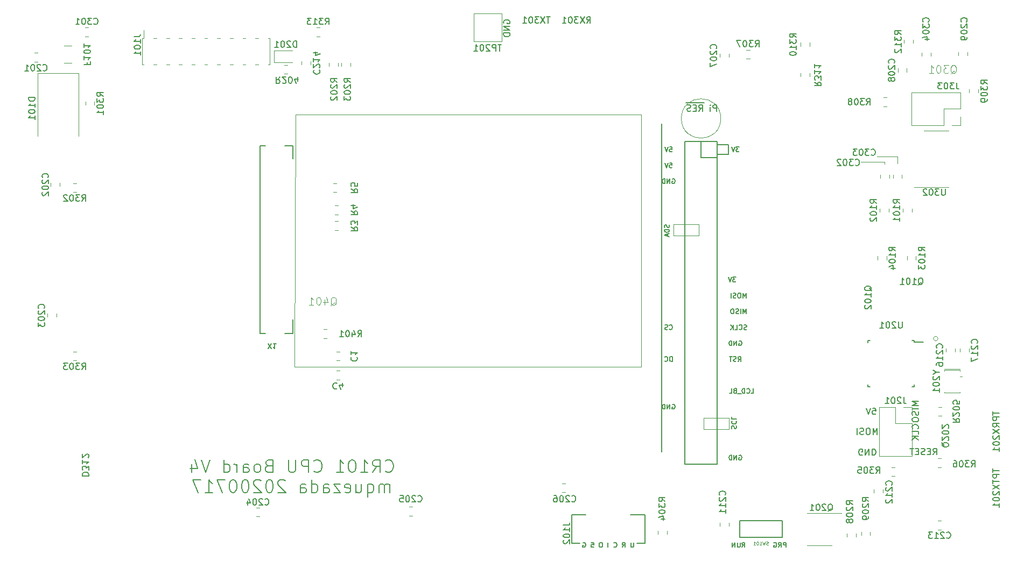
<source format=gbo>
G04 #@! TF.GenerationSoftware,KiCad,Pcbnew,(5.1.5)-3*
G04 #@! TF.CreationDate,2020-07-17T16:25:31-04:00*
G04 #@! TF.ProjectId,CPU,4350552e-6b69-4636-9164-5f7063625858,rev?*
G04 #@! TF.SameCoordinates,Original*
G04 #@! TF.FileFunction,Legend,Bot*
G04 #@! TF.FilePolarity,Positive*
%FSLAX46Y46*%
G04 Gerber Fmt 4.6, Leading zero omitted, Abs format (unit mm)*
G04 Created by KiCad (PCBNEW (5.1.5)-3) date 2020-07-17 16:25:31*
%MOMM*%
%LPD*%
G04 APERTURE LIST*
%ADD10C,0.130000*%
%ADD11C,0.120000*%
%ADD12C,0.200000*%
%ADD13C,0.150000*%
%ADD14C,0.127000*%
%ADD15C,0.101600*%
%ADD16C,0.138988*%
G04 APERTURE END LIST*
D10*
X147482142Y-106339285D02*
X147839285Y-106339285D01*
X147839285Y-105589285D01*
X146803571Y-106267857D02*
X146839285Y-106303571D01*
X146946428Y-106339285D01*
X147017857Y-106339285D01*
X147125000Y-106303571D01*
X147196428Y-106232142D01*
X147232142Y-106160714D01*
X147267857Y-106017857D01*
X147267857Y-105910714D01*
X147232142Y-105767857D01*
X147196428Y-105696428D01*
X147125000Y-105625000D01*
X147017857Y-105589285D01*
X146946428Y-105589285D01*
X146839285Y-105625000D01*
X146803571Y-105660714D01*
X146482142Y-106339285D02*
X146482142Y-105589285D01*
X146303571Y-105589285D01*
X146196428Y-105625000D01*
X146125000Y-105696428D01*
X146089285Y-105767857D01*
X146053571Y-105910714D01*
X146053571Y-106017857D01*
X146089285Y-106160714D01*
X146125000Y-106232142D01*
X146196428Y-106303571D01*
X146303571Y-106339285D01*
X146482142Y-106339285D01*
X145910714Y-106410714D02*
X145339285Y-106410714D01*
X144910714Y-105946428D02*
X144803571Y-105982142D01*
X144767857Y-106017857D01*
X144732142Y-106089285D01*
X144732142Y-106196428D01*
X144767857Y-106267857D01*
X144803571Y-106303571D01*
X144875000Y-106339285D01*
X145160714Y-106339285D01*
X145160714Y-105589285D01*
X144910714Y-105589285D01*
X144839285Y-105625000D01*
X144803571Y-105660714D01*
X144767857Y-105732142D01*
X144767857Y-105803571D01*
X144803571Y-105875000D01*
X144839285Y-105910714D01*
X144910714Y-105946428D01*
X145160714Y-105946428D01*
X144053571Y-106339285D02*
X144410714Y-106339285D01*
X144410714Y-105589285D01*
X135071428Y-108125000D02*
X135142857Y-108089285D01*
X135250000Y-108089285D01*
X135357142Y-108125000D01*
X135428571Y-108196428D01*
X135464285Y-108267857D01*
X135500000Y-108410714D01*
X135500000Y-108517857D01*
X135464285Y-108660714D01*
X135428571Y-108732142D01*
X135357142Y-108803571D01*
X135250000Y-108839285D01*
X135178571Y-108839285D01*
X135071428Y-108803571D01*
X135035714Y-108767857D01*
X135035714Y-108517857D01*
X135178571Y-108517857D01*
X134714285Y-108839285D02*
X134714285Y-108089285D01*
X134285714Y-108839285D01*
X134285714Y-108089285D01*
X133928571Y-108839285D02*
X133928571Y-108089285D01*
X133750000Y-108089285D01*
X133642857Y-108125000D01*
X133571428Y-108196428D01*
X133535714Y-108267857D01*
X133500000Y-108410714D01*
X133500000Y-108517857D01*
X133535714Y-108660714D01*
X133571428Y-108732142D01*
X133642857Y-108803571D01*
X133750000Y-108839285D01*
X133928571Y-108839285D01*
X145571428Y-98125000D02*
X145642857Y-98089285D01*
X145750000Y-98089285D01*
X145857142Y-98125000D01*
X145928571Y-98196428D01*
X145964285Y-98267857D01*
X146000000Y-98410714D01*
X146000000Y-98517857D01*
X145964285Y-98660714D01*
X145928571Y-98732142D01*
X145857142Y-98803571D01*
X145750000Y-98839285D01*
X145678571Y-98839285D01*
X145571428Y-98803571D01*
X145535714Y-98767857D01*
X145535714Y-98517857D01*
X145678571Y-98517857D01*
X145214285Y-98839285D02*
X145214285Y-98089285D01*
X144785714Y-98839285D01*
X144785714Y-98089285D01*
X144428571Y-98839285D02*
X144428571Y-98089285D01*
X144250000Y-98089285D01*
X144142857Y-98125000D01*
X144071428Y-98196428D01*
X144035714Y-98267857D01*
X144000000Y-98410714D01*
X144000000Y-98517857D01*
X144035714Y-98660714D01*
X144071428Y-98732142D01*
X144142857Y-98803571D01*
X144250000Y-98839285D01*
X144428571Y-98839285D01*
X146767857Y-96303571D02*
X146660714Y-96339285D01*
X146482142Y-96339285D01*
X146410714Y-96303571D01*
X146375000Y-96267857D01*
X146339285Y-96196428D01*
X146339285Y-96125000D01*
X146375000Y-96053571D01*
X146410714Y-96017857D01*
X146482142Y-95982142D01*
X146625000Y-95946428D01*
X146696428Y-95910714D01*
X146732142Y-95875000D01*
X146767857Y-95803571D01*
X146767857Y-95732142D01*
X146732142Y-95660714D01*
X146696428Y-95625000D01*
X146625000Y-95589285D01*
X146446428Y-95589285D01*
X146339285Y-95625000D01*
X145589285Y-96267857D02*
X145625000Y-96303571D01*
X145732142Y-96339285D01*
X145803571Y-96339285D01*
X145910714Y-96303571D01*
X145982142Y-96232142D01*
X146017857Y-96160714D01*
X146053571Y-96017857D01*
X146053571Y-95910714D01*
X146017857Y-95767857D01*
X145982142Y-95696428D01*
X145910714Y-95625000D01*
X145803571Y-95589285D01*
X145732142Y-95589285D01*
X145625000Y-95625000D01*
X145589285Y-95660714D01*
X144910714Y-96339285D02*
X145267857Y-96339285D01*
X145267857Y-95589285D01*
X144660714Y-96339285D02*
X144660714Y-95589285D01*
X144232142Y-96339285D02*
X144553571Y-95910714D01*
X144232142Y-95589285D02*
X144660714Y-96017857D01*
X146678571Y-93839285D02*
X146678571Y-93089285D01*
X146428571Y-93625000D01*
X146178571Y-93089285D01*
X146178571Y-93839285D01*
X145821428Y-93839285D02*
X145821428Y-93089285D01*
X145500000Y-93803571D02*
X145392857Y-93839285D01*
X145214285Y-93839285D01*
X145142857Y-93803571D01*
X145107142Y-93767857D01*
X145071428Y-93696428D01*
X145071428Y-93625000D01*
X145107142Y-93553571D01*
X145142857Y-93517857D01*
X145214285Y-93482142D01*
X145357142Y-93446428D01*
X145428571Y-93410714D01*
X145464285Y-93375000D01*
X145500000Y-93303571D01*
X145500000Y-93232142D01*
X145464285Y-93160714D01*
X145428571Y-93125000D01*
X145357142Y-93089285D01*
X145178571Y-93089285D01*
X145071428Y-93125000D01*
X144607142Y-93089285D02*
X144464285Y-93089285D01*
X144392857Y-93125000D01*
X144321428Y-93196428D01*
X144285714Y-93339285D01*
X144285714Y-93589285D01*
X144321428Y-93732142D01*
X144392857Y-93803571D01*
X144464285Y-93839285D01*
X144607142Y-93839285D01*
X144678571Y-93803571D01*
X144750000Y-93732142D01*
X144785714Y-93589285D01*
X144785714Y-93339285D01*
X144750000Y-93196428D01*
X144678571Y-93125000D01*
X144607142Y-93089285D01*
X146678571Y-91339285D02*
X146678571Y-90589285D01*
X146428571Y-91125000D01*
X146178571Y-90589285D01*
X146178571Y-91339285D01*
X145678571Y-90589285D02*
X145535714Y-90589285D01*
X145464285Y-90625000D01*
X145392857Y-90696428D01*
X145357142Y-90839285D01*
X145357142Y-91089285D01*
X145392857Y-91232142D01*
X145464285Y-91303571D01*
X145535714Y-91339285D01*
X145678571Y-91339285D01*
X145750000Y-91303571D01*
X145821428Y-91232142D01*
X145857142Y-91089285D01*
X145857142Y-90839285D01*
X145821428Y-90696428D01*
X145750000Y-90625000D01*
X145678571Y-90589285D01*
X145071428Y-91303571D02*
X144964285Y-91339285D01*
X144785714Y-91339285D01*
X144714285Y-91303571D01*
X144678571Y-91267857D01*
X144642857Y-91196428D01*
X144642857Y-91125000D01*
X144678571Y-91053571D01*
X144714285Y-91017857D01*
X144785714Y-90982142D01*
X144928571Y-90946428D01*
X145000000Y-90910714D01*
X145035714Y-90875000D01*
X145071428Y-90803571D01*
X145071428Y-90732142D01*
X145035714Y-90660714D01*
X145000000Y-90625000D01*
X144928571Y-90589285D01*
X144750000Y-90589285D01*
X144642857Y-90625000D01*
X144321428Y-91339285D02*
X144321428Y-90589285D01*
X145071428Y-88089285D02*
X144607142Y-88089285D01*
X144857142Y-88375000D01*
X144750000Y-88375000D01*
X144678571Y-88410714D01*
X144642857Y-88446428D01*
X144607142Y-88517857D01*
X144607142Y-88696428D01*
X144642857Y-88767857D01*
X144678571Y-88803571D01*
X144750000Y-88839285D01*
X144964285Y-88839285D01*
X145035714Y-88803571D01*
X145071428Y-88767857D01*
X144392857Y-88089285D02*
X144142857Y-88839285D01*
X143892857Y-88089285D01*
X135071428Y-72625000D02*
X135142857Y-72589285D01*
X135250000Y-72589285D01*
X135357142Y-72625000D01*
X135428571Y-72696428D01*
X135464285Y-72767857D01*
X135500000Y-72910714D01*
X135500000Y-73017857D01*
X135464285Y-73160714D01*
X135428571Y-73232142D01*
X135357142Y-73303571D01*
X135250000Y-73339285D01*
X135178571Y-73339285D01*
X135071428Y-73303571D01*
X135035714Y-73267857D01*
X135035714Y-73017857D01*
X135178571Y-73017857D01*
X134714285Y-73339285D02*
X134714285Y-72589285D01*
X134285714Y-73339285D01*
X134285714Y-72589285D01*
X133928571Y-73339285D02*
X133928571Y-72589285D01*
X133750000Y-72589285D01*
X133642857Y-72625000D01*
X133571428Y-72696428D01*
X133535714Y-72767857D01*
X133500000Y-72910714D01*
X133500000Y-73017857D01*
X133535714Y-73160714D01*
X133571428Y-73232142D01*
X133642857Y-73303571D01*
X133750000Y-73339285D01*
X133928571Y-73339285D01*
X134642857Y-70089285D02*
X135000000Y-70089285D01*
X135035714Y-70446428D01*
X135000000Y-70410714D01*
X134928571Y-70375000D01*
X134750000Y-70375000D01*
X134678571Y-70410714D01*
X134642857Y-70446428D01*
X134607142Y-70517857D01*
X134607142Y-70696428D01*
X134642857Y-70767857D01*
X134678571Y-70803571D01*
X134750000Y-70839285D01*
X134928571Y-70839285D01*
X135000000Y-70803571D01*
X135035714Y-70767857D01*
X134392857Y-70089285D02*
X134142857Y-70839285D01*
X133892857Y-70089285D01*
X134642857Y-67589285D02*
X135000000Y-67589285D01*
X135035714Y-67946428D01*
X135000000Y-67910714D01*
X134928571Y-67875000D01*
X134750000Y-67875000D01*
X134678571Y-67910714D01*
X134642857Y-67946428D01*
X134607142Y-68017857D01*
X134607142Y-68196428D01*
X134642857Y-68267857D01*
X134678571Y-68303571D01*
X134750000Y-68339285D01*
X134928571Y-68339285D01*
X135000000Y-68303571D01*
X135035714Y-68267857D01*
X134392857Y-67589285D02*
X134142857Y-68339285D01*
X133892857Y-67589285D01*
X135071428Y-101339285D02*
X135071428Y-100589285D01*
X134892857Y-100589285D01*
X134785714Y-100625000D01*
X134714285Y-100696428D01*
X134678571Y-100767857D01*
X134642857Y-100910714D01*
X134642857Y-101017857D01*
X134678571Y-101160714D01*
X134714285Y-101232142D01*
X134785714Y-101303571D01*
X134892857Y-101339285D01*
X135071428Y-101339285D01*
X133892857Y-101267857D02*
X133928571Y-101303571D01*
X134035714Y-101339285D01*
X134107142Y-101339285D01*
X134214285Y-101303571D01*
X134285714Y-101232142D01*
X134321428Y-101160714D01*
X134357142Y-101017857D01*
X134357142Y-100910714D01*
X134321428Y-100767857D01*
X134285714Y-100696428D01*
X134214285Y-100625000D01*
X134107142Y-100589285D01*
X134035714Y-100589285D01*
X133928571Y-100625000D01*
X133892857Y-100660714D01*
X134625000Y-96267857D02*
X134660714Y-96303571D01*
X134767857Y-96339285D01*
X134839285Y-96339285D01*
X134946428Y-96303571D01*
X135017857Y-96232142D01*
X135053571Y-96160714D01*
X135089285Y-96017857D01*
X135089285Y-95910714D01*
X135053571Y-95767857D01*
X135017857Y-95696428D01*
X134946428Y-95625000D01*
X134839285Y-95589285D01*
X134767857Y-95589285D01*
X134660714Y-95625000D01*
X134625000Y-95660714D01*
X134339285Y-96303571D02*
X134232142Y-96339285D01*
X134053571Y-96339285D01*
X133982142Y-96303571D01*
X133946428Y-96267857D01*
X133910714Y-96196428D01*
X133910714Y-96125000D01*
X133946428Y-96053571D01*
X133982142Y-96017857D01*
X134053571Y-95982142D01*
X134196428Y-95946428D01*
X134267857Y-95910714D01*
X134303571Y-95875000D01*
X134339285Y-95803571D01*
X134339285Y-95732142D01*
X134303571Y-95660714D01*
X134267857Y-95625000D01*
X134196428Y-95589285D01*
X134017857Y-95589285D01*
X133910714Y-95625000D01*
X145410714Y-101339285D02*
X145660714Y-100982142D01*
X145839285Y-101339285D02*
X145839285Y-100589285D01*
X145553571Y-100589285D01*
X145482142Y-100625000D01*
X145446428Y-100660714D01*
X145410714Y-100732142D01*
X145410714Y-100839285D01*
X145446428Y-100910714D01*
X145482142Y-100946428D01*
X145553571Y-100982142D01*
X145839285Y-100982142D01*
X145125000Y-101303571D02*
X145017857Y-101339285D01*
X144839285Y-101339285D01*
X144767857Y-101303571D01*
X144732142Y-101267857D01*
X144696428Y-101196428D01*
X144696428Y-101125000D01*
X144732142Y-101053571D01*
X144767857Y-101017857D01*
X144839285Y-100982142D01*
X144982142Y-100946428D01*
X145053571Y-100910714D01*
X145089285Y-100875000D01*
X145125000Y-100803571D01*
X145125000Y-100732142D01*
X145089285Y-100660714D01*
X145053571Y-100625000D01*
X144982142Y-100589285D01*
X144803571Y-100589285D01*
X144696428Y-100625000D01*
X144482142Y-100589285D02*
X144053571Y-100589285D01*
X144267857Y-101339285D02*
X144267857Y-100589285D01*
X145571428Y-116125000D02*
X145642857Y-116089285D01*
X145750000Y-116089285D01*
X145857142Y-116125000D01*
X145928571Y-116196428D01*
X145964285Y-116267857D01*
X146000000Y-116410714D01*
X146000000Y-116517857D01*
X145964285Y-116660714D01*
X145928571Y-116732142D01*
X145857142Y-116803571D01*
X145750000Y-116839285D01*
X145678571Y-116839285D01*
X145571428Y-116803571D01*
X145535714Y-116767857D01*
X145535714Y-116517857D01*
X145678571Y-116517857D01*
X145214285Y-116839285D02*
X145214285Y-116089285D01*
X144785714Y-116839285D01*
X144785714Y-116089285D01*
X144428571Y-116839285D02*
X144428571Y-116089285D01*
X144250000Y-116089285D01*
X144142857Y-116125000D01*
X144071428Y-116196428D01*
X144035714Y-116267857D01*
X144000000Y-116410714D01*
X144000000Y-116517857D01*
X144035714Y-116660714D01*
X144071428Y-116732142D01*
X144142857Y-116803571D01*
X144250000Y-116839285D01*
X144428571Y-116839285D01*
X145571428Y-67589285D02*
X145107142Y-67589285D01*
X145357142Y-67875000D01*
X145250000Y-67875000D01*
X145178571Y-67910714D01*
X145142857Y-67946428D01*
X145107142Y-68017857D01*
X145107142Y-68196428D01*
X145142857Y-68267857D01*
X145178571Y-68303571D01*
X145250000Y-68339285D01*
X145464285Y-68339285D01*
X145535714Y-68303571D01*
X145571428Y-68267857D01*
X144892857Y-67589285D02*
X144642857Y-68339285D01*
X144392857Y-67589285D01*
D11*
X135250000Y-79750000D02*
X135250000Y-81500000D01*
X139250000Y-79750000D02*
X135250000Y-79750000D01*
X139250000Y-81500000D02*
X139250000Y-79750000D01*
X135250000Y-81500000D02*
X139250000Y-81500000D01*
D10*
X134553571Y-79839285D02*
X134589285Y-79946428D01*
X134589285Y-80125000D01*
X134553571Y-80196428D01*
X134517857Y-80232142D01*
X134446428Y-80267857D01*
X134375000Y-80267857D01*
X134303571Y-80232142D01*
X134267857Y-80196428D01*
X134232142Y-80125000D01*
X134196428Y-79982142D01*
X134160714Y-79910714D01*
X134125000Y-79875000D01*
X134053571Y-79839285D01*
X133982142Y-79839285D01*
X133910714Y-79875000D01*
X133875000Y-79910714D01*
X133839285Y-79982142D01*
X133839285Y-80160714D01*
X133875000Y-80267857D01*
X134589285Y-80589285D02*
X133839285Y-80589285D01*
X133839285Y-80767857D01*
X133875000Y-80875000D01*
X133946428Y-80946428D01*
X134017857Y-80982142D01*
X134160714Y-81017857D01*
X134267857Y-81017857D01*
X134410714Y-80982142D01*
X134482142Y-80946428D01*
X134553571Y-80875000D01*
X134589285Y-80767857D01*
X134589285Y-80589285D01*
X134375000Y-81303571D02*
X134375000Y-81660714D01*
X134589285Y-81232142D02*
X133839285Y-81482142D01*
X134589285Y-81732142D01*
D11*
X140000000Y-110250000D02*
X140000000Y-112000000D01*
X144000000Y-110250000D02*
X140000000Y-110250000D01*
X144000000Y-112000000D02*
X144000000Y-110250000D01*
X140000000Y-112000000D02*
X144000000Y-112000000D01*
D10*
X144446428Y-111892857D02*
X144410714Y-111785714D01*
X144410714Y-111607142D01*
X144446428Y-111535714D01*
X144482142Y-111500000D01*
X144553571Y-111464285D01*
X144625000Y-111464285D01*
X144696428Y-111500000D01*
X144732142Y-111535714D01*
X144767857Y-111607142D01*
X144803571Y-111750000D01*
X144839285Y-111821428D01*
X144875000Y-111857142D01*
X144946428Y-111892857D01*
X145017857Y-111892857D01*
X145089285Y-111857142D01*
X145125000Y-111821428D01*
X145160714Y-111750000D01*
X145160714Y-111571428D01*
X145125000Y-111464285D01*
X144482142Y-110714285D02*
X144446428Y-110750000D01*
X144410714Y-110857142D01*
X144410714Y-110928571D01*
X144446428Y-111035714D01*
X144517857Y-111107142D01*
X144589285Y-111142857D01*
X144732142Y-111178571D01*
X144839285Y-111178571D01*
X144982142Y-111142857D01*
X145053571Y-111107142D01*
X145125000Y-111035714D01*
X145160714Y-110928571D01*
X145160714Y-110857142D01*
X145125000Y-110750000D01*
X145089285Y-110714285D01*
X144410714Y-110035714D02*
X144410714Y-110392857D01*
X145160714Y-110392857D01*
X128982142Y-129839285D02*
X128982142Y-130446428D01*
X128946428Y-130517857D01*
X128910714Y-130553571D01*
X128839285Y-130589285D01*
X128696428Y-130589285D01*
X128625000Y-130553571D01*
X128589285Y-130517857D01*
X128553571Y-130446428D01*
X128553571Y-129839285D01*
X127196428Y-130589285D02*
X127446428Y-130232142D01*
X127625000Y-130589285D02*
X127625000Y-129839285D01*
X127339285Y-129839285D01*
X127267857Y-129875000D01*
X127232142Y-129910714D01*
X127196428Y-129982142D01*
X127196428Y-130089285D01*
X127232142Y-130160714D01*
X127267857Y-130196428D01*
X127339285Y-130232142D01*
X127625000Y-130232142D01*
X125875000Y-130517857D02*
X125910714Y-130553571D01*
X126017857Y-130589285D01*
X126089285Y-130589285D01*
X126196428Y-130553571D01*
X126267857Y-130482142D01*
X126303571Y-130410714D01*
X126339285Y-130267857D01*
X126339285Y-130160714D01*
X126303571Y-130017857D01*
X126267857Y-129946428D01*
X126196428Y-129875000D01*
X126089285Y-129839285D01*
X126017857Y-129839285D01*
X125910714Y-129875000D01*
X125875000Y-129910714D01*
X124982142Y-130589285D02*
X124982142Y-129839285D01*
X123910714Y-129839285D02*
X123767857Y-129839285D01*
X123696428Y-129875000D01*
X123625000Y-129946428D01*
X123589285Y-130089285D01*
X123589285Y-130339285D01*
X123625000Y-130482142D01*
X123696428Y-130553571D01*
X123767857Y-130589285D01*
X123910714Y-130589285D01*
X123982142Y-130553571D01*
X124053571Y-130482142D01*
X124089285Y-130339285D01*
X124089285Y-130089285D01*
X124053571Y-129946428D01*
X123982142Y-129875000D01*
X123910714Y-129839285D01*
X122339285Y-129839285D02*
X122696428Y-129839285D01*
X122732142Y-130196428D01*
X122696428Y-130160714D01*
X122625000Y-130125000D01*
X122446428Y-130125000D01*
X122375000Y-130160714D01*
X122339285Y-130196428D01*
X122303571Y-130267857D01*
X122303571Y-130446428D01*
X122339285Y-130517857D01*
X122375000Y-130553571D01*
X122446428Y-130589285D01*
X122625000Y-130589285D01*
X122696428Y-130553571D01*
X122732142Y-130517857D01*
X121017857Y-129875000D02*
X121089285Y-129839285D01*
X121196428Y-129839285D01*
X121303571Y-129875000D01*
X121375000Y-129946428D01*
X121410714Y-130017857D01*
X121446428Y-130160714D01*
X121446428Y-130267857D01*
X121410714Y-130410714D01*
X121375000Y-130482142D01*
X121303571Y-130553571D01*
X121196428Y-130589285D01*
X121125000Y-130589285D01*
X121017857Y-130553571D01*
X120982142Y-130517857D01*
X120982142Y-130267857D01*
X121125000Y-130267857D01*
D11*
X75692000Y-102235000D02*
X75819000Y-62484000D01*
X130175000Y-102235000D02*
X75692000Y-102235000D01*
X130175000Y-62484000D02*
X130175000Y-102235000D01*
X75819000Y-62484000D02*
X130175000Y-62484000D01*
D12*
X133400000Y-63900000D02*
X133400000Y-115600000D01*
D11*
X142700000Y-63100000D02*
G75*
G03X142700000Y-63100000I-3100000J0D01*
G01*
D13*
X142059523Y-61952380D02*
X142059523Y-60952380D01*
X141678571Y-60952380D01*
X141583333Y-61000000D01*
X141535714Y-61047619D01*
X141488095Y-61142857D01*
X141488095Y-61285714D01*
X141535714Y-61380952D01*
X141583333Y-61428571D01*
X141678571Y-61476190D01*
X142059523Y-61476190D01*
X141059523Y-61952380D02*
X141059523Y-61285714D01*
X141059523Y-60952380D02*
X141107142Y-61000000D01*
X141059523Y-61047619D01*
X141011904Y-61000000D01*
X141059523Y-60952380D01*
X141059523Y-61047619D01*
X140059523Y-60585000D02*
X139059523Y-60585000D01*
X139250000Y-61952380D02*
X139583333Y-61476190D01*
X139821428Y-61952380D02*
X139821428Y-60952380D01*
X139440476Y-60952380D01*
X139345238Y-61000000D01*
X139297619Y-61047619D01*
X139250000Y-61142857D01*
X139250000Y-61285714D01*
X139297619Y-61380952D01*
X139345238Y-61428571D01*
X139440476Y-61476190D01*
X139821428Y-61476190D01*
X139059523Y-60585000D02*
X138154761Y-60585000D01*
X138821428Y-61428571D02*
X138488095Y-61428571D01*
X138345238Y-61952380D02*
X138821428Y-61952380D01*
X138821428Y-60952380D01*
X138345238Y-60952380D01*
X138154761Y-60585000D02*
X137202380Y-60585000D01*
X137964285Y-61904761D02*
X137821428Y-61952380D01*
X137583333Y-61952380D01*
X137488095Y-61904761D01*
X137440476Y-61857142D01*
X137392857Y-61761904D01*
X137392857Y-61666666D01*
X137440476Y-61571428D01*
X137488095Y-61523809D01*
X137583333Y-61476190D01*
X137773809Y-61428571D01*
X137869047Y-61380952D01*
X137916666Y-61333333D01*
X137964285Y-61238095D01*
X137964285Y-61142857D01*
X137916666Y-61047619D01*
X137869047Y-61000000D01*
X137773809Y-60952380D01*
X137535714Y-60952380D01*
X137392857Y-61000000D01*
D11*
X176853553Y-97750000D02*
G75*
G03X176853553Y-97750000I-353553J0D01*
G01*
D13*
X89964285Y-118639285D02*
X90059523Y-118734523D01*
X90345238Y-118829761D01*
X90535714Y-118829761D01*
X90821428Y-118734523D01*
X91011904Y-118544047D01*
X91107142Y-118353571D01*
X91202380Y-117972619D01*
X91202380Y-117686904D01*
X91107142Y-117305952D01*
X91011904Y-117115476D01*
X90821428Y-116925000D01*
X90535714Y-116829761D01*
X90345238Y-116829761D01*
X90059523Y-116925000D01*
X89964285Y-117020238D01*
X87964285Y-118829761D02*
X88630952Y-117877380D01*
X89107142Y-118829761D02*
X89107142Y-116829761D01*
X88345238Y-116829761D01*
X88154761Y-116925000D01*
X88059523Y-117020238D01*
X87964285Y-117210714D01*
X87964285Y-117496428D01*
X88059523Y-117686904D01*
X88154761Y-117782142D01*
X88345238Y-117877380D01*
X89107142Y-117877380D01*
X86059523Y-118829761D02*
X87202380Y-118829761D01*
X86630952Y-118829761D02*
X86630952Y-116829761D01*
X86821428Y-117115476D01*
X87011904Y-117305952D01*
X87202380Y-117401190D01*
X84821428Y-116829761D02*
X84630952Y-116829761D01*
X84440476Y-116925000D01*
X84345238Y-117020238D01*
X84250000Y-117210714D01*
X84154761Y-117591666D01*
X84154761Y-118067857D01*
X84250000Y-118448809D01*
X84345238Y-118639285D01*
X84440476Y-118734523D01*
X84630952Y-118829761D01*
X84821428Y-118829761D01*
X85011904Y-118734523D01*
X85107142Y-118639285D01*
X85202380Y-118448809D01*
X85297619Y-118067857D01*
X85297619Y-117591666D01*
X85202380Y-117210714D01*
X85107142Y-117020238D01*
X85011904Y-116925000D01*
X84821428Y-116829761D01*
X82250000Y-118829761D02*
X83392857Y-118829761D01*
X82821428Y-118829761D02*
X82821428Y-116829761D01*
X83011904Y-117115476D01*
X83202380Y-117305952D01*
X83392857Y-117401190D01*
X78726190Y-118639285D02*
X78821428Y-118734523D01*
X79107142Y-118829761D01*
X79297619Y-118829761D01*
X79583333Y-118734523D01*
X79773809Y-118544047D01*
X79869047Y-118353571D01*
X79964285Y-117972619D01*
X79964285Y-117686904D01*
X79869047Y-117305952D01*
X79773809Y-117115476D01*
X79583333Y-116925000D01*
X79297619Y-116829761D01*
X79107142Y-116829761D01*
X78821428Y-116925000D01*
X78726190Y-117020238D01*
X77869047Y-118829761D02*
X77869047Y-116829761D01*
X77107142Y-116829761D01*
X76916666Y-116925000D01*
X76821428Y-117020238D01*
X76726190Y-117210714D01*
X76726190Y-117496428D01*
X76821428Y-117686904D01*
X76916666Y-117782142D01*
X77107142Y-117877380D01*
X77869047Y-117877380D01*
X75869047Y-116829761D02*
X75869047Y-118448809D01*
X75773809Y-118639285D01*
X75678571Y-118734523D01*
X75488095Y-118829761D01*
X75107142Y-118829761D01*
X74916666Y-118734523D01*
X74821428Y-118639285D01*
X74726190Y-118448809D01*
X74726190Y-116829761D01*
X71583333Y-117782142D02*
X71297619Y-117877380D01*
X71202380Y-117972619D01*
X71107142Y-118163095D01*
X71107142Y-118448809D01*
X71202380Y-118639285D01*
X71297619Y-118734523D01*
X71488095Y-118829761D01*
X72250000Y-118829761D01*
X72250000Y-116829761D01*
X71583333Y-116829761D01*
X71392857Y-116925000D01*
X71297619Y-117020238D01*
X71202380Y-117210714D01*
X71202380Y-117401190D01*
X71297619Y-117591666D01*
X71392857Y-117686904D01*
X71583333Y-117782142D01*
X72250000Y-117782142D01*
X69964285Y-118829761D02*
X70154761Y-118734523D01*
X70250000Y-118639285D01*
X70345238Y-118448809D01*
X70345238Y-117877380D01*
X70250000Y-117686904D01*
X70154761Y-117591666D01*
X69964285Y-117496428D01*
X69678571Y-117496428D01*
X69488095Y-117591666D01*
X69392857Y-117686904D01*
X69297619Y-117877380D01*
X69297619Y-118448809D01*
X69392857Y-118639285D01*
X69488095Y-118734523D01*
X69678571Y-118829761D01*
X69964285Y-118829761D01*
X67583333Y-118829761D02*
X67583333Y-117782142D01*
X67678571Y-117591666D01*
X67869047Y-117496428D01*
X68250000Y-117496428D01*
X68440476Y-117591666D01*
X67583333Y-118734523D02*
X67773809Y-118829761D01*
X68250000Y-118829761D01*
X68440476Y-118734523D01*
X68535714Y-118544047D01*
X68535714Y-118353571D01*
X68440476Y-118163095D01*
X68250000Y-118067857D01*
X67773809Y-118067857D01*
X67583333Y-117972619D01*
X66630952Y-118829761D02*
X66630952Y-117496428D01*
X66630952Y-117877380D02*
X66535714Y-117686904D01*
X66440476Y-117591666D01*
X66250000Y-117496428D01*
X66059523Y-117496428D01*
X64535714Y-118829761D02*
X64535714Y-116829761D01*
X64535714Y-118734523D02*
X64726190Y-118829761D01*
X65107142Y-118829761D01*
X65297619Y-118734523D01*
X65392857Y-118639285D01*
X65488095Y-118448809D01*
X65488095Y-117877380D01*
X65392857Y-117686904D01*
X65297619Y-117591666D01*
X65107142Y-117496428D01*
X64726190Y-117496428D01*
X64535714Y-117591666D01*
X62345238Y-116829761D02*
X61678571Y-118829761D01*
X61011904Y-116829761D01*
X59488095Y-117496428D02*
X59488095Y-118829761D01*
X59964285Y-116734523D02*
X60440476Y-118163095D01*
X59202380Y-118163095D01*
X90678571Y-121979761D02*
X90678571Y-120646428D01*
X90678571Y-120836904D02*
X90583333Y-120741666D01*
X90392857Y-120646428D01*
X90107142Y-120646428D01*
X89916666Y-120741666D01*
X89821428Y-120932142D01*
X89821428Y-121979761D01*
X89821428Y-120932142D02*
X89726190Y-120741666D01*
X89535714Y-120646428D01*
X89250000Y-120646428D01*
X89059523Y-120741666D01*
X88964285Y-120932142D01*
X88964285Y-121979761D01*
X87154761Y-120646428D02*
X87154761Y-122646428D01*
X87154761Y-121884523D02*
X87345238Y-121979761D01*
X87726190Y-121979761D01*
X87916666Y-121884523D01*
X88011904Y-121789285D01*
X88107142Y-121598809D01*
X88107142Y-121027380D01*
X88011904Y-120836904D01*
X87916666Y-120741666D01*
X87726190Y-120646428D01*
X87345238Y-120646428D01*
X87154761Y-120741666D01*
X85345238Y-120646428D02*
X85345238Y-121979761D01*
X86202380Y-120646428D02*
X86202380Y-121694047D01*
X86107142Y-121884523D01*
X85916666Y-121979761D01*
X85630952Y-121979761D01*
X85440476Y-121884523D01*
X85345238Y-121789285D01*
X83630952Y-121884523D02*
X83821428Y-121979761D01*
X84202380Y-121979761D01*
X84392857Y-121884523D01*
X84488095Y-121694047D01*
X84488095Y-120932142D01*
X84392857Y-120741666D01*
X84202380Y-120646428D01*
X83821428Y-120646428D01*
X83630952Y-120741666D01*
X83535714Y-120932142D01*
X83535714Y-121122619D01*
X84488095Y-121313095D01*
X82869047Y-120646428D02*
X81821428Y-120646428D01*
X82869047Y-121979761D01*
X81821428Y-121979761D01*
X80202380Y-121979761D02*
X80202380Y-120932142D01*
X80297619Y-120741666D01*
X80488095Y-120646428D01*
X80869047Y-120646428D01*
X81059523Y-120741666D01*
X80202380Y-121884523D02*
X80392857Y-121979761D01*
X80869047Y-121979761D01*
X81059523Y-121884523D01*
X81154761Y-121694047D01*
X81154761Y-121503571D01*
X81059523Y-121313095D01*
X80869047Y-121217857D01*
X80392857Y-121217857D01*
X80202380Y-121122619D01*
X78392857Y-121979761D02*
X78392857Y-119979761D01*
X78392857Y-121884523D02*
X78583333Y-121979761D01*
X78964285Y-121979761D01*
X79154761Y-121884523D01*
X79250000Y-121789285D01*
X79345238Y-121598809D01*
X79345238Y-121027380D01*
X79250000Y-120836904D01*
X79154761Y-120741666D01*
X78964285Y-120646428D01*
X78583333Y-120646428D01*
X78392857Y-120741666D01*
X76583333Y-121979761D02*
X76583333Y-120932142D01*
X76678571Y-120741666D01*
X76869047Y-120646428D01*
X77250000Y-120646428D01*
X77440476Y-120741666D01*
X76583333Y-121884523D02*
X76773809Y-121979761D01*
X77250000Y-121979761D01*
X77440476Y-121884523D01*
X77535714Y-121694047D01*
X77535714Y-121503571D01*
X77440476Y-121313095D01*
X77250000Y-121217857D01*
X76773809Y-121217857D01*
X76583333Y-121122619D01*
X74202380Y-120170238D02*
X74107142Y-120075000D01*
X73916666Y-119979761D01*
X73440476Y-119979761D01*
X73250000Y-120075000D01*
X73154761Y-120170238D01*
X73059523Y-120360714D01*
X73059523Y-120551190D01*
X73154761Y-120836904D01*
X74297619Y-121979761D01*
X73059523Y-121979761D01*
X71821428Y-119979761D02*
X71630952Y-119979761D01*
X71440476Y-120075000D01*
X71345238Y-120170238D01*
X71250000Y-120360714D01*
X71154761Y-120741666D01*
X71154761Y-121217857D01*
X71250000Y-121598809D01*
X71345238Y-121789285D01*
X71440476Y-121884523D01*
X71630952Y-121979761D01*
X71821428Y-121979761D01*
X72011904Y-121884523D01*
X72107142Y-121789285D01*
X72202380Y-121598809D01*
X72297619Y-121217857D01*
X72297619Y-120741666D01*
X72202380Y-120360714D01*
X72107142Y-120170238D01*
X72011904Y-120075000D01*
X71821428Y-119979761D01*
X70392857Y-120170238D02*
X70297619Y-120075000D01*
X70107142Y-119979761D01*
X69630952Y-119979761D01*
X69440476Y-120075000D01*
X69345238Y-120170238D01*
X69250000Y-120360714D01*
X69250000Y-120551190D01*
X69345238Y-120836904D01*
X70488095Y-121979761D01*
X69250000Y-121979761D01*
X68011904Y-119979761D02*
X67821428Y-119979761D01*
X67630952Y-120075000D01*
X67535714Y-120170238D01*
X67440476Y-120360714D01*
X67345238Y-120741666D01*
X67345238Y-121217857D01*
X67440476Y-121598809D01*
X67535714Y-121789285D01*
X67630952Y-121884523D01*
X67821428Y-121979761D01*
X68011904Y-121979761D01*
X68202380Y-121884523D01*
X68297619Y-121789285D01*
X68392857Y-121598809D01*
X68488095Y-121217857D01*
X68488095Y-120741666D01*
X68392857Y-120360714D01*
X68297619Y-120170238D01*
X68202380Y-120075000D01*
X68011904Y-119979761D01*
X66107142Y-119979761D02*
X65916666Y-119979761D01*
X65726190Y-120075000D01*
X65630952Y-120170238D01*
X65535714Y-120360714D01*
X65440476Y-120741666D01*
X65440476Y-121217857D01*
X65535714Y-121598809D01*
X65630952Y-121789285D01*
X65726190Y-121884523D01*
X65916666Y-121979761D01*
X66107142Y-121979761D01*
X66297619Y-121884523D01*
X66392857Y-121789285D01*
X66488095Y-121598809D01*
X66583333Y-121217857D01*
X66583333Y-120741666D01*
X66488095Y-120360714D01*
X66392857Y-120170238D01*
X66297619Y-120075000D01*
X66107142Y-119979761D01*
X64773809Y-119979761D02*
X63440476Y-119979761D01*
X64297619Y-121979761D01*
X61630952Y-121979761D02*
X62773809Y-121979761D01*
X62202380Y-121979761D02*
X62202380Y-119979761D01*
X62392857Y-120265476D01*
X62583333Y-120455952D01*
X62773809Y-120551190D01*
X60964285Y-119979761D02*
X59630952Y-119979761D01*
X60488095Y-121979761D01*
X164973095Y-116070000D02*
X164877857Y-116117619D01*
X164735000Y-116117619D01*
X164592142Y-116070000D01*
X164496904Y-115974761D01*
X164449285Y-115879523D01*
X164401666Y-115689047D01*
X164401666Y-115546190D01*
X164449285Y-115355714D01*
X164496904Y-115260476D01*
X164592142Y-115165238D01*
X164735000Y-115117619D01*
X164830238Y-115117619D01*
X164973095Y-115165238D01*
X165020714Y-115212857D01*
X165020714Y-115546190D01*
X164830238Y-115546190D01*
X165449285Y-115117619D02*
X165449285Y-116117619D01*
X166020714Y-115117619D01*
X166020714Y-116117619D01*
X166496904Y-115117619D02*
X166496904Y-116117619D01*
X166735000Y-116117619D01*
X166877857Y-116070000D01*
X166973095Y-115974761D01*
X167020714Y-115879523D01*
X167068333Y-115689047D01*
X167068333Y-115546190D01*
X167020714Y-115355714D01*
X166973095Y-115260476D01*
X166877857Y-115165238D01*
X166735000Y-115117619D01*
X166496904Y-115117619D01*
X167306428Y-112847380D02*
X167306428Y-111847380D01*
X166973095Y-112561666D01*
X166639761Y-111847380D01*
X166639761Y-112847380D01*
X165973095Y-111847380D02*
X165782619Y-111847380D01*
X165687380Y-111895000D01*
X165592142Y-111990238D01*
X165544523Y-112180714D01*
X165544523Y-112514047D01*
X165592142Y-112704523D01*
X165687380Y-112799761D01*
X165782619Y-112847380D01*
X165973095Y-112847380D01*
X166068333Y-112799761D01*
X166163571Y-112704523D01*
X166211190Y-112514047D01*
X166211190Y-112180714D01*
X166163571Y-111990238D01*
X166068333Y-111895000D01*
X165973095Y-111847380D01*
X165163571Y-112799761D02*
X165020714Y-112847380D01*
X164782619Y-112847380D01*
X164687380Y-112799761D01*
X164639761Y-112752142D01*
X164592142Y-112656904D01*
X164592142Y-112561666D01*
X164639761Y-112466428D01*
X164687380Y-112418809D01*
X164782619Y-112371190D01*
X164973095Y-112323571D01*
X165068333Y-112275952D01*
X165115952Y-112228333D01*
X165163571Y-112133095D01*
X165163571Y-112037857D01*
X165115952Y-111942619D01*
X165068333Y-111895000D01*
X164973095Y-111847380D01*
X164735000Y-111847380D01*
X164592142Y-111895000D01*
X164163571Y-112847380D02*
X164163571Y-111847380D01*
X176077380Y-116022380D02*
X176410714Y-115546190D01*
X176648809Y-116022380D02*
X176648809Y-115022380D01*
X176267857Y-115022380D01*
X176172619Y-115070000D01*
X176125000Y-115117619D01*
X176077380Y-115212857D01*
X176077380Y-115355714D01*
X176125000Y-115450952D01*
X176172619Y-115498571D01*
X176267857Y-115546190D01*
X176648809Y-115546190D01*
X175648809Y-115498571D02*
X175315476Y-115498571D01*
X175172619Y-116022380D02*
X175648809Y-116022380D01*
X175648809Y-115022380D01*
X175172619Y-115022380D01*
X174791666Y-115974761D02*
X174648809Y-116022380D01*
X174410714Y-116022380D01*
X174315476Y-115974761D01*
X174267857Y-115927142D01*
X174220238Y-115831904D01*
X174220238Y-115736666D01*
X174267857Y-115641428D01*
X174315476Y-115593809D01*
X174410714Y-115546190D01*
X174601190Y-115498571D01*
X174696428Y-115450952D01*
X174744047Y-115403333D01*
X174791666Y-115308095D01*
X174791666Y-115212857D01*
X174744047Y-115117619D01*
X174696428Y-115070000D01*
X174601190Y-115022380D01*
X174363095Y-115022380D01*
X174220238Y-115070000D01*
X173791666Y-115498571D02*
X173458333Y-115498571D01*
X173315476Y-116022380D02*
X173791666Y-116022380D01*
X173791666Y-115022380D01*
X173315476Y-115022380D01*
X173029761Y-115022380D02*
X172458333Y-115022380D01*
X172744047Y-116022380D02*
X172744047Y-115022380D01*
X173712142Y-111904761D02*
X173759761Y-111857142D01*
X173807380Y-111714285D01*
X173807380Y-111619047D01*
X173759761Y-111476190D01*
X173664523Y-111380952D01*
X173569285Y-111333333D01*
X173378809Y-111285714D01*
X173235952Y-111285714D01*
X173045476Y-111333333D01*
X172950238Y-111380952D01*
X172855000Y-111476190D01*
X172807380Y-111619047D01*
X172807380Y-111714285D01*
X172855000Y-111857142D01*
X172902619Y-111904761D01*
X173807380Y-112809523D02*
X173807380Y-112333333D01*
X172807380Y-112333333D01*
X173807380Y-113142857D02*
X172807380Y-113142857D01*
X173807380Y-113714285D02*
X173235952Y-113285714D01*
X172807380Y-113714285D02*
X173378809Y-113142857D01*
X166560476Y-108672380D02*
X167036666Y-108672380D01*
X167084285Y-109148571D01*
X167036666Y-109100952D01*
X166941428Y-109053333D01*
X166703333Y-109053333D01*
X166608095Y-109100952D01*
X166560476Y-109148571D01*
X166512857Y-109243809D01*
X166512857Y-109481904D01*
X166560476Y-109577142D01*
X166608095Y-109624761D01*
X166703333Y-109672380D01*
X166941428Y-109672380D01*
X167036666Y-109624761D01*
X167084285Y-109577142D01*
X166227142Y-108672380D02*
X165893809Y-109672380D01*
X165560476Y-108672380D01*
X173807380Y-107648571D02*
X172807380Y-107648571D01*
X173521666Y-107981904D01*
X172807380Y-108315238D01*
X173807380Y-108315238D01*
X173807380Y-108791428D02*
X172807380Y-108791428D01*
X173759761Y-109220000D02*
X173807380Y-109362857D01*
X173807380Y-109600952D01*
X173759761Y-109696190D01*
X173712142Y-109743809D01*
X173616904Y-109791428D01*
X173521666Y-109791428D01*
X173426428Y-109743809D01*
X173378809Y-109696190D01*
X173331190Y-109600952D01*
X173283571Y-109410476D01*
X173235952Y-109315238D01*
X173188333Y-109267619D01*
X173093095Y-109220000D01*
X172997857Y-109220000D01*
X172902619Y-109267619D01*
X172855000Y-109315238D01*
X172807380Y-109410476D01*
X172807380Y-109648571D01*
X172855000Y-109791428D01*
X172807380Y-110410476D02*
X172807380Y-110600952D01*
X172855000Y-110696190D01*
X172950238Y-110791428D01*
X173140714Y-110839047D01*
X173474047Y-110839047D01*
X173664523Y-110791428D01*
X173759761Y-110696190D01*
X173807380Y-110600952D01*
X173807380Y-110410476D01*
X173759761Y-110315238D01*
X173664523Y-110220000D01*
X173474047Y-110172380D01*
X173140714Y-110172380D01*
X172950238Y-110220000D01*
X172855000Y-110315238D01*
X172807380Y-110410476D01*
D11*
X170500000Y-69050000D02*
X170500000Y-70200000D01*
X167250000Y-69050000D02*
X170500000Y-69050000D01*
X168500000Y-69900000D02*
X168500000Y-70250000D01*
X164700000Y-69900000D02*
X168500000Y-69900000D01*
D10*
X152946428Y-130589285D02*
X152946428Y-129839285D01*
X152660714Y-129839285D01*
X152589285Y-129875000D01*
X152553571Y-129910714D01*
X152517857Y-129982142D01*
X152517857Y-130089285D01*
X152553571Y-130160714D01*
X152589285Y-130196428D01*
X152660714Y-130232142D01*
X152946428Y-130232142D01*
X151767857Y-130589285D02*
X152017857Y-130232142D01*
X152196428Y-130589285D02*
X152196428Y-129839285D01*
X151910714Y-129839285D01*
X151839285Y-129875000D01*
X151803571Y-129910714D01*
X151767857Y-129982142D01*
X151767857Y-130089285D01*
X151803571Y-130160714D01*
X151839285Y-130196428D01*
X151910714Y-130232142D01*
X152196428Y-130232142D01*
X151053571Y-129875000D02*
X151125000Y-129839285D01*
X151232142Y-129839285D01*
X151339285Y-129875000D01*
X151410714Y-129946428D01*
X151446428Y-130017857D01*
X151482142Y-130160714D01*
X151482142Y-130267857D01*
X151446428Y-130410714D01*
X151410714Y-130482142D01*
X151339285Y-130553571D01*
X151232142Y-130589285D01*
X151160714Y-130589285D01*
X151053571Y-130553571D01*
X151017857Y-130517857D01*
X151017857Y-130267857D01*
X151160714Y-130267857D01*
X146053571Y-130589285D02*
X146303571Y-130232142D01*
X146482142Y-130589285D02*
X146482142Y-129839285D01*
X146196428Y-129839285D01*
X146125000Y-129875000D01*
X146089285Y-129910714D01*
X146053571Y-129982142D01*
X146053571Y-130089285D01*
X146089285Y-130160714D01*
X146125000Y-130196428D01*
X146196428Y-130232142D01*
X146482142Y-130232142D01*
X145732142Y-129839285D02*
X145732142Y-130446428D01*
X145696428Y-130517857D01*
X145660714Y-130553571D01*
X145589285Y-130589285D01*
X145446428Y-130589285D01*
X145375000Y-130553571D01*
X145339285Y-130517857D01*
X145303571Y-130446428D01*
X145303571Y-129839285D01*
X144946428Y-130589285D02*
X144946428Y-129839285D01*
X144517857Y-130589285D01*
X144517857Y-129839285D01*
D11*
X82238748Y-101210000D02*
X82761252Y-101210000D01*
X82238748Y-99790000D02*
X82761252Y-99790000D01*
X82511252Y-76790000D02*
X81988748Y-76790000D01*
X82511252Y-78210000D02*
X81988748Y-78210000D01*
X143960000Y-127261252D02*
X143960000Y-126738748D01*
X142540000Y-127261252D02*
X142540000Y-126738748D01*
D14*
X130750000Y-130000000D02*
X130750000Y-129100000D01*
X119250000Y-130000000D02*
X119250000Y-126500000D01*
X130750000Y-125500000D02*
X128500000Y-125500000D01*
X130750000Y-129100000D02*
X130750000Y-125500000D01*
X119250000Y-125500000D02*
X121500000Y-125500000D01*
X119250000Y-126500000D02*
X119250000Y-125500000D01*
X119250000Y-130000000D02*
X120500000Y-130000000D01*
X130750000Y-130000000D02*
X129500000Y-130000000D01*
D11*
X51680000Y-50487520D02*
X51680000Y-54607520D01*
X71800000Y-50487520D02*
X71800000Y-54607520D01*
X51980000Y-49232520D02*
X51980000Y-50487520D01*
X51680000Y-50487520D02*
X51980000Y-50487520D01*
X51680000Y-54607520D02*
X51980000Y-54607520D01*
X71500000Y-50487520D02*
X71800000Y-50487520D01*
X71500000Y-54607520D02*
X71800000Y-54607520D01*
X53500000Y-50487520D02*
X53980000Y-50487520D01*
X53500000Y-54607520D02*
X53980000Y-54607520D01*
X55500000Y-50487520D02*
X55980000Y-50487520D01*
X55500000Y-54607520D02*
X55980000Y-54607520D01*
X57500000Y-50487520D02*
X57980000Y-50487520D01*
X57500000Y-54607520D02*
X57980000Y-54607520D01*
X59500000Y-50487520D02*
X59980000Y-50487520D01*
X59500000Y-54607520D02*
X59980000Y-54607520D01*
X61500000Y-50487520D02*
X61980000Y-50487520D01*
X61500000Y-54607520D02*
X61980000Y-54607520D01*
X63500000Y-50487520D02*
X63980000Y-50487520D01*
X63500000Y-54607520D02*
X63980000Y-54607520D01*
X65500000Y-50487520D02*
X65980000Y-50487520D01*
X65500000Y-54607520D02*
X65980000Y-54607520D01*
X67500000Y-50487520D02*
X67980000Y-50487520D01*
X67500000Y-54607520D02*
X67980000Y-54607520D01*
X69500000Y-50487520D02*
X69980000Y-50487520D01*
X69500000Y-54607520D02*
X69980000Y-54607520D01*
X69638748Y-124340000D02*
X70161252Y-124340000D01*
X69638748Y-125760000D02*
X70161252Y-125760000D01*
D14*
X137060000Y-66700000D02*
X139600000Y-66700000D01*
X139600000Y-66700000D02*
X142140000Y-66700000D01*
X142140000Y-66700000D02*
X142140000Y-67652500D01*
X142140000Y-67652500D02*
X142140000Y-68287500D01*
X142140000Y-68287500D02*
X142140000Y-69240000D01*
X142140000Y-69240000D02*
X142140000Y-117500000D01*
X142140000Y-117500000D02*
X137060000Y-117500000D01*
X137060000Y-117500000D02*
X137060000Y-66700000D01*
X139600000Y-66700000D02*
X139600000Y-69240000D01*
X139600000Y-69240000D02*
X142140000Y-69240000D01*
X142140000Y-67220000D02*
X143875000Y-67220000D01*
X143875000Y-67220000D02*
X143875000Y-68720000D01*
X142140000Y-68720000D02*
X143875000Y-68720000D01*
D11*
X177870000Y-106300000D02*
X179870000Y-106300000D01*
X179870000Y-102700000D02*
X177870000Y-102700000D01*
X180270000Y-103750000D02*
X180670000Y-103750000D01*
X177870000Y-102500000D02*
X179870000Y-102500000D01*
X179870000Y-106300000D02*
X180270000Y-106300000D01*
X179870000Y-102700000D02*
X180270000Y-102700000D01*
X179870000Y-102500000D02*
X180270000Y-102500000D01*
X177870000Y-102700000D02*
X177870000Y-102850000D01*
X180270000Y-102700000D02*
X180270000Y-102850000D01*
X180270000Y-103750000D02*
X180270000Y-103700000D01*
X180270000Y-106300000D02*
X180270000Y-106150000D01*
X177870000Y-106300000D02*
X177870000Y-106150000D01*
X158250000Y-130310000D02*
X156300000Y-130310000D01*
X158250000Y-130310000D02*
X160200000Y-130310000D01*
X158250000Y-125190000D02*
X156300000Y-125190000D01*
X158250000Y-125190000D02*
X161700000Y-125190000D01*
X169210000Y-71938748D02*
X169210000Y-72461252D01*
X167790000Y-71938748D02*
X167790000Y-72461252D01*
X169790000Y-72461252D02*
X169790000Y-71938748D01*
X171210000Y-72461252D02*
X171210000Y-71938748D01*
X175710000Y-52738748D02*
X175710000Y-53261252D01*
X174290000Y-52738748D02*
X174290000Y-53261252D01*
X34738748Y-54210000D02*
X35261252Y-54210000D01*
X34738748Y-52790000D02*
X35261252Y-52790000D01*
X37290000Y-73761252D02*
X37290000Y-73238748D01*
X38710000Y-73761252D02*
X38710000Y-73238748D01*
X36840000Y-93838748D02*
X36840000Y-94361252D01*
X38260000Y-93838748D02*
X38260000Y-94361252D01*
X93688748Y-125610000D02*
X94211252Y-125610000D01*
X93688748Y-124190000D02*
X94211252Y-124190000D01*
X118261252Y-121960000D02*
X117738748Y-121960000D01*
X118261252Y-120540000D02*
X117738748Y-120540000D01*
X142540000Y-52938748D02*
X142540000Y-53461252D01*
X143960000Y-52938748D02*
X143960000Y-53461252D01*
X171960000Y-55238748D02*
X171960000Y-55761252D01*
X170540000Y-55238748D02*
X170540000Y-55761252D01*
X180090000Y-52638748D02*
X180090000Y-53161252D01*
X181510000Y-52638748D02*
X181510000Y-53161252D01*
X176838748Y-127810000D02*
X177361252Y-127810000D01*
X176838748Y-126390000D02*
X177361252Y-126390000D01*
X168210000Y-121488748D02*
X168210000Y-122011252D01*
X166790000Y-121488748D02*
X166790000Y-122011252D01*
X43261252Y-48790000D02*
X42738748Y-48790000D01*
X43261252Y-50210000D02*
X42738748Y-50210000D01*
X172780000Y-116265000D02*
X167580000Y-116265000D01*
X172780000Y-111125000D02*
X172780000Y-116265000D01*
X167580000Y-108525000D02*
X167580000Y-116265000D01*
X172780000Y-111125000D02*
X170180000Y-111125000D01*
X170180000Y-111125000D02*
X170180000Y-108525000D01*
X170180000Y-108525000D02*
X167580000Y-108525000D01*
X172780000Y-109855000D02*
X172780000Y-108525000D01*
X172780000Y-108525000D02*
X171450000Y-108525000D01*
D14*
X152350000Y-126450000D02*
X145650000Y-126450000D01*
X145650000Y-126450000D02*
X145650000Y-129050000D01*
X145650000Y-129050000D02*
X152350000Y-129050000D01*
X152350000Y-129050000D02*
X152350000Y-126450000D01*
D11*
X79661252Y-50210000D02*
X79138748Y-50210000D01*
X79661252Y-48790000D02*
X79138748Y-48790000D01*
X156710000Y-51696252D02*
X156710000Y-51173748D01*
X155290000Y-51696252D02*
X155290000Y-51173748D01*
X156710000Y-55988748D02*
X156710000Y-56511252D01*
X155290000Y-55988748D02*
X155290000Y-56511252D01*
X171540000Y-50738748D02*
X171540000Y-51261252D01*
X172960000Y-50738748D02*
X172960000Y-51261252D01*
D13*
X173125000Y-98075000D02*
X173125000Y-98300000D01*
X165875000Y-98075000D02*
X165875000Y-98400000D01*
X165875000Y-105325000D02*
X165875000Y-105000000D01*
X173125000Y-105325000D02*
X173125000Y-105000000D01*
X173125000Y-98075000D02*
X172800000Y-98075000D01*
X173125000Y-105325000D02*
X172800000Y-105325000D01*
X165875000Y-105325000D02*
X166200000Y-105325000D01*
X165875000Y-98075000D02*
X166200000Y-98075000D01*
X173125000Y-98300000D02*
X174550000Y-98300000D01*
D11*
X172660000Y-64195000D02*
X172660000Y-58995000D01*
X177800000Y-64195000D02*
X172660000Y-64195000D01*
X180400000Y-58995000D02*
X172660000Y-58995000D01*
X177800000Y-64195000D02*
X177800000Y-61595000D01*
X177800000Y-61595000D02*
X180400000Y-61595000D01*
X180400000Y-61595000D02*
X180400000Y-58995000D01*
X179070000Y-64195000D02*
X180400000Y-64195000D01*
X180400000Y-64195000D02*
X180400000Y-62865000D01*
X179510000Y-99861252D02*
X179510000Y-99338748D01*
X178090000Y-99861252D02*
X178090000Y-99338748D01*
X180290000Y-99861252D02*
X180290000Y-99338748D01*
X181710000Y-99861252D02*
X181710000Y-99338748D01*
X76760000Y-54626252D02*
X76760000Y-54103748D01*
X78180000Y-54626252D02*
X78180000Y-54103748D01*
X72435000Y-52380000D02*
X75295000Y-52380000D01*
X72435000Y-54300000D02*
X72435000Y-52380000D01*
X75295000Y-54300000D02*
X72435000Y-54300000D01*
X81105000Y-54871252D02*
X81105000Y-54348748D01*
X82525000Y-54871252D02*
X82525000Y-54348748D01*
X83010000Y-54348748D02*
X83010000Y-54871252D01*
X84430000Y-54348748D02*
X84430000Y-54871252D01*
X74033748Y-54670000D02*
X74556252Y-54670000D01*
X74033748Y-56090000D02*
X74556252Y-56090000D01*
X176903748Y-109930000D02*
X177426252Y-109930000D01*
X176903748Y-108510000D02*
X177426252Y-108510000D01*
X103845000Y-50968000D02*
X108245000Y-50968000D01*
X103845000Y-46568000D02*
X103845000Y-50968000D01*
X108245000Y-46568000D02*
X103845000Y-46568000D01*
X108245000Y-50968000D02*
X108245000Y-46568000D01*
X176600000Y-65015000D02*
X178550000Y-65015000D01*
X176600000Y-65015000D02*
X174650000Y-65015000D01*
X176600000Y-73885000D02*
X178550000Y-73885000D01*
X176600000Y-73885000D02*
X173150000Y-73885000D01*
X171340000Y-77288748D02*
X171340000Y-77811252D01*
X172760000Y-77288748D02*
X172760000Y-77811252D01*
X167690000Y-77288748D02*
X167690000Y-77811252D01*
X169110000Y-77288748D02*
X169110000Y-77811252D01*
X171990000Y-85311252D02*
X171990000Y-84788748D01*
X173410000Y-85311252D02*
X173410000Y-84788748D01*
X167340000Y-85311252D02*
X167340000Y-84788748D01*
X168760000Y-85311252D02*
X168760000Y-84788748D01*
X163960000Y-128463748D02*
X163960000Y-128986252D01*
X162540000Y-128463748D02*
X162540000Y-128986252D01*
X164790000Y-128213748D02*
X164790000Y-128736252D01*
X166210000Y-128213748D02*
X166210000Y-128736252D01*
X44210000Y-60976252D02*
X44210000Y-60453748D01*
X42790000Y-60976252D02*
X42790000Y-60453748D01*
X40838748Y-73290000D02*
X41361252Y-73290000D01*
X40838748Y-74710000D02*
X41361252Y-74710000D01*
X40838748Y-101210000D02*
X41361252Y-101210000D01*
X40838748Y-99790000D02*
X41361252Y-99790000D01*
X132815000Y-128511252D02*
X132815000Y-127988748D01*
X134235000Y-128511252D02*
X134235000Y-127988748D01*
X170061252Y-117990000D02*
X169538748Y-117990000D01*
X170061252Y-119410000D02*
X169538748Y-119410000D01*
X176838748Y-116590000D02*
X177361252Y-116590000D01*
X176838748Y-118010000D02*
X177361252Y-118010000D01*
X147261252Y-52290000D02*
X146738748Y-52290000D01*
X147261252Y-53710000D02*
X146738748Y-53710000D01*
X168786252Y-61210000D02*
X168263748Y-61210000D01*
X168786252Y-59790000D02*
X168263748Y-59790000D01*
X183210000Y-59033252D02*
X183210000Y-58510748D01*
X181790000Y-59033252D02*
X181790000Y-58510748D01*
X82238748Y-102790000D02*
X82761252Y-102790000D01*
X82238748Y-104210000D02*
X82761252Y-104210000D01*
X82511252Y-80710000D02*
X81988748Y-80710000D01*
X82511252Y-79290000D02*
X81988748Y-79290000D01*
X82261252Y-74710000D02*
X81738748Y-74710000D01*
X82261252Y-73290000D02*
X81738748Y-73290000D01*
D14*
X70231246Y-67355764D02*
X71131246Y-67355764D01*
X70231246Y-96955764D02*
X70231246Y-67355764D01*
X71131246Y-96955764D02*
X70231246Y-96955764D01*
X75431246Y-67355764D02*
X74131246Y-67355764D01*
X75431246Y-69455764D02*
X75431246Y-67355764D01*
X75431246Y-96955764D02*
X74131246Y-96955764D01*
X75431246Y-94755764D02*
X75431246Y-96955764D01*
D11*
X80238748Y-97710000D02*
X80761252Y-97710000D01*
X80238748Y-96290000D02*
X80761252Y-96290000D01*
X41750000Y-56000000D02*
X35250000Y-56000000D01*
X41750000Y-56000000D02*
X41750000Y-65900000D01*
X35250000Y-56000000D02*
X35250000Y-65900000D01*
X39410436Y-54360000D02*
X40614564Y-54360000D01*
X39410436Y-51640000D02*
X40614564Y-51640000D01*
D15*
X81342364Y-92557452D02*
X81457269Y-92500000D01*
X81572174Y-92385095D01*
X81744531Y-92212738D01*
X81859436Y-92155285D01*
X81974340Y-92155285D01*
X81916888Y-92442547D02*
X82031793Y-92385095D01*
X82146698Y-92270190D01*
X82204150Y-92040380D01*
X82204150Y-91638214D01*
X82146698Y-91408404D01*
X82031793Y-91293500D01*
X81916888Y-91236047D01*
X81687079Y-91236047D01*
X81572174Y-91293500D01*
X81457269Y-91408404D01*
X81399817Y-91638214D01*
X81399817Y-92040380D01*
X81457269Y-92270190D01*
X81572174Y-92385095D01*
X81687079Y-92442547D01*
X81916888Y-92442547D01*
X80365674Y-91638214D02*
X80365674Y-92442547D01*
X80652936Y-91178595D02*
X80940198Y-92040380D01*
X80193317Y-92040380D01*
X79503888Y-91236047D02*
X79388983Y-91236047D01*
X79274079Y-91293500D01*
X79216626Y-91350952D01*
X79159174Y-91465857D01*
X79101721Y-91695666D01*
X79101721Y-91982928D01*
X79159174Y-92212738D01*
X79216626Y-92327642D01*
X79274079Y-92385095D01*
X79388983Y-92442547D01*
X79503888Y-92442547D01*
X79618793Y-92385095D01*
X79676245Y-92327642D01*
X79733698Y-92212738D01*
X79791150Y-91982928D01*
X79791150Y-91695666D01*
X79733698Y-91465857D01*
X79676245Y-91350952D01*
X79618793Y-91293500D01*
X79503888Y-91236047D01*
X77952674Y-92442547D02*
X78642102Y-92442547D01*
X78297388Y-92442547D02*
X78297388Y-91236047D01*
X78412293Y-91408404D01*
X78527198Y-91523309D01*
X78642102Y-91580761D01*
D13*
X84642857Y-100666666D02*
X84595238Y-100714285D01*
X84547619Y-100857142D01*
X84547619Y-100952380D01*
X84595238Y-101095238D01*
X84690476Y-101190476D01*
X84785714Y-101238095D01*
X84976190Y-101285714D01*
X85119047Y-101285714D01*
X85309523Y-101238095D01*
X85404761Y-101190476D01*
X85500000Y-101095238D01*
X85547619Y-100952380D01*
X85547619Y-100857142D01*
X85500000Y-100714285D01*
X85452380Y-100666666D01*
X84547619Y-99714285D02*
X84547619Y-100285714D01*
X84547619Y-100000000D02*
X85547619Y-100000000D01*
X85404761Y-100095238D01*
X85309523Y-100190476D01*
X85261904Y-100285714D01*
X84547619Y-77666666D02*
X85023809Y-78000000D01*
X84547619Y-78238095D02*
X85547619Y-78238095D01*
X85547619Y-77857142D01*
X85500000Y-77761904D01*
X85452380Y-77714285D01*
X85357142Y-77666666D01*
X85214285Y-77666666D01*
X85119047Y-77714285D01*
X85071428Y-77761904D01*
X85023809Y-77857142D01*
X85023809Y-78238095D01*
X85214285Y-76809523D02*
X84547619Y-76809523D01*
X85595238Y-77047619D02*
X84880952Y-77285714D01*
X84880952Y-76666666D01*
X143357142Y-122380952D02*
X143404761Y-122333333D01*
X143452380Y-122190476D01*
X143452380Y-122095238D01*
X143404761Y-121952380D01*
X143309523Y-121857142D01*
X143214285Y-121809523D01*
X143023809Y-121761904D01*
X142880952Y-121761904D01*
X142690476Y-121809523D01*
X142595238Y-121857142D01*
X142500000Y-121952380D01*
X142452380Y-122095238D01*
X142452380Y-122190476D01*
X142500000Y-122333333D01*
X142547619Y-122380952D01*
X142547619Y-122761904D02*
X142500000Y-122809523D01*
X142452380Y-122904761D01*
X142452380Y-123142857D01*
X142500000Y-123238095D01*
X142547619Y-123285714D01*
X142642857Y-123333333D01*
X142738095Y-123333333D01*
X142880952Y-123285714D01*
X143452380Y-122714285D01*
X143452380Y-123333333D01*
X143452380Y-124285714D02*
X143452380Y-123714285D01*
X143452380Y-124000000D02*
X142452380Y-124000000D01*
X142595238Y-123904761D01*
X142690476Y-123809523D01*
X142738095Y-123714285D01*
X143452380Y-125238095D02*
X143452380Y-124666666D01*
X143452380Y-124952380D02*
X142452380Y-124952380D01*
X142595238Y-124857142D01*
X142690476Y-124761904D01*
X142738095Y-124666666D01*
X117952380Y-127121309D02*
X118666666Y-127121309D01*
X118809523Y-127073690D01*
X118904761Y-126978452D01*
X118952380Y-126835595D01*
X118952380Y-126740357D01*
X118952380Y-128121309D02*
X118952380Y-127549880D01*
X118952380Y-127835595D02*
X117952380Y-127835595D01*
X118095238Y-127740357D01*
X118190476Y-127645119D01*
X118238095Y-127549880D01*
X117952380Y-128740357D02*
X117952380Y-128835595D01*
X118000000Y-128930833D01*
X118047619Y-128978452D01*
X118142857Y-129026071D01*
X118333333Y-129073690D01*
X118571428Y-129073690D01*
X118761904Y-129026071D01*
X118857142Y-128978452D01*
X118904761Y-128930833D01*
X118952380Y-128835595D01*
X118952380Y-128740357D01*
X118904761Y-128645119D01*
X118857142Y-128597500D01*
X118761904Y-128549880D01*
X118571428Y-128502261D01*
X118333333Y-128502261D01*
X118142857Y-128549880D01*
X118047619Y-128597500D01*
X118000000Y-128645119D01*
X117952380Y-128740357D01*
X118047619Y-129454642D02*
X118000000Y-129502261D01*
X117952380Y-129597500D01*
X117952380Y-129835595D01*
X118000000Y-129930833D01*
X118047619Y-129978452D01*
X118142857Y-130026071D01*
X118238095Y-130026071D01*
X118380952Y-129978452D01*
X118952380Y-129407023D01*
X118952380Y-130026071D01*
X50452380Y-50214285D02*
X51166666Y-50214285D01*
X51309523Y-50166666D01*
X51404761Y-50071428D01*
X51452380Y-49928571D01*
X51452380Y-49833333D01*
X51452380Y-51214285D02*
X51452380Y-50642857D01*
X51452380Y-50928571D02*
X50452380Y-50928571D01*
X50595238Y-50833333D01*
X50690476Y-50738095D01*
X50738095Y-50642857D01*
X50452380Y-51833333D02*
X50452380Y-51928571D01*
X50500000Y-52023809D01*
X50547619Y-52071428D01*
X50642857Y-52119047D01*
X50833333Y-52166666D01*
X51071428Y-52166666D01*
X51261904Y-52119047D01*
X51357142Y-52071428D01*
X51404761Y-52023809D01*
X51452380Y-51928571D01*
X51452380Y-51833333D01*
X51404761Y-51738095D01*
X51357142Y-51690476D01*
X51261904Y-51642857D01*
X51071428Y-51595238D01*
X50833333Y-51595238D01*
X50642857Y-51642857D01*
X50547619Y-51690476D01*
X50500000Y-51738095D01*
X50452380Y-51833333D01*
X51452380Y-53119047D02*
X51452380Y-52547619D01*
X51452380Y-52833333D02*
X50452380Y-52833333D01*
X50595238Y-52738095D01*
X50690476Y-52642857D01*
X50738095Y-52547619D01*
X42297619Y-119340476D02*
X43297619Y-119340476D01*
X43297619Y-119102380D01*
X43250000Y-118959523D01*
X43154761Y-118864285D01*
X43059523Y-118816666D01*
X42869047Y-118769047D01*
X42726190Y-118769047D01*
X42535714Y-118816666D01*
X42440476Y-118864285D01*
X42345238Y-118959523D01*
X42297619Y-119102380D01*
X42297619Y-119340476D01*
X43297619Y-118435714D02*
X43297619Y-117816666D01*
X42916666Y-118150000D01*
X42916666Y-118007142D01*
X42869047Y-117911904D01*
X42821428Y-117864285D01*
X42726190Y-117816666D01*
X42488095Y-117816666D01*
X42392857Y-117864285D01*
X42345238Y-117911904D01*
X42297619Y-118007142D01*
X42297619Y-118292857D01*
X42345238Y-118388095D01*
X42392857Y-118435714D01*
X42297619Y-116864285D02*
X42297619Y-117435714D01*
X42297619Y-117150000D02*
X43297619Y-117150000D01*
X43154761Y-117245238D01*
X43059523Y-117340476D01*
X43011904Y-117435714D01*
X43202380Y-116483333D02*
X43250000Y-116435714D01*
X43297619Y-116340476D01*
X43297619Y-116102380D01*
X43250000Y-116007142D01*
X43202380Y-115959523D01*
X43107142Y-115911904D01*
X43011904Y-115911904D01*
X42869047Y-115959523D01*
X42297619Y-116530952D01*
X42297619Y-115911904D01*
X71019047Y-123857142D02*
X71066666Y-123904761D01*
X71209523Y-123952380D01*
X71304761Y-123952380D01*
X71447619Y-123904761D01*
X71542857Y-123809523D01*
X71590476Y-123714285D01*
X71638095Y-123523809D01*
X71638095Y-123380952D01*
X71590476Y-123190476D01*
X71542857Y-123095238D01*
X71447619Y-123000000D01*
X71304761Y-122952380D01*
X71209523Y-122952380D01*
X71066666Y-123000000D01*
X71019047Y-123047619D01*
X70638095Y-123047619D02*
X70590476Y-123000000D01*
X70495238Y-122952380D01*
X70257142Y-122952380D01*
X70161904Y-123000000D01*
X70114285Y-123047619D01*
X70066666Y-123142857D01*
X70066666Y-123238095D01*
X70114285Y-123380952D01*
X70685714Y-123952380D01*
X70066666Y-123952380D01*
X69447619Y-122952380D02*
X69352380Y-122952380D01*
X69257142Y-123000000D01*
X69209523Y-123047619D01*
X69161904Y-123142857D01*
X69114285Y-123333333D01*
X69114285Y-123571428D01*
X69161904Y-123761904D01*
X69209523Y-123857142D01*
X69257142Y-123904761D01*
X69352380Y-123952380D01*
X69447619Y-123952380D01*
X69542857Y-123904761D01*
X69590476Y-123857142D01*
X69638095Y-123761904D01*
X69685714Y-123571428D01*
X69685714Y-123333333D01*
X69638095Y-123142857D01*
X69590476Y-123047619D01*
X69542857Y-123000000D01*
X69447619Y-122952380D01*
X68257142Y-123285714D02*
X68257142Y-123952380D01*
X68495238Y-122904761D02*
X68733333Y-123619047D01*
X68114285Y-123619047D01*
X176596190Y-103071428D02*
X177072380Y-103071428D01*
X176072380Y-102738095D02*
X176596190Y-103071428D01*
X176072380Y-103404761D01*
X176167619Y-103690476D02*
X176120000Y-103738095D01*
X176072380Y-103833333D01*
X176072380Y-104071428D01*
X176120000Y-104166666D01*
X176167619Y-104214285D01*
X176262857Y-104261904D01*
X176358095Y-104261904D01*
X176500952Y-104214285D01*
X177072380Y-103642857D01*
X177072380Y-104261904D01*
X176072380Y-104880952D02*
X176072380Y-104976190D01*
X176120000Y-105071428D01*
X176167619Y-105119047D01*
X176262857Y-105166666D01*
X176453333Y-105214285D01*
X176691428Y-105214285D01*
X176881904Y-105166666D01*
X176977142Y-105119047D01*
X177024761Y-105071428D01*
X177072380Y-104976190D01*
X177072380Y-104880952D01*
X177024761Y-104785714D01*
X176977142Y-104738095D01*
X176881904Y-104690476D01*
X176691428Y-104642857D01*
X176453333Y-104642857D01*
X176262857Y-104690476D01*
X176167619Y-104738095D01*
X176120000Y-104785714D01*
X176072380Y-104880952D01*
X177072380Y-106166666D02*
X177072380Y-105595238D01*
X177072380Y-105880952D02*
X176072380Y-105880952D01*
X176215238Y-105785714D01*
X176310476Y-105690476D01*
X176358095Y-105595238D01*
X159547619Y-124897619D02*
X159642857Y-124850000D01*
X159738095Y-124754761D01*
X159880952Y-124611904D01*
X159976190Y-124564285D01*
X160071428Y-124564285D01*
X160023809Y-124802380D02*
X160119047Y-124754761D01*
X160214285Y-124659523D01*
X160261904Y-124469047D01*
X160261904Y-124135714D01*
X160214285Y-123945238D01*
X160119047Y-123850000D01*
X160023809Y-123802380D01*
X159833333Y-123802380D01*
X159738095Y-123850000D01*
X159642857Y-123945238D01*
X159595238Y-124135714D01*
X159595238Y-124469047D01*
X159642857Y-124659523D01*
X159738095Y-124754761D01*
X159833333Y-124802380D01*
X160023809Y-124802380D01*
X159214285Y-123897619D02*
X159166666Y-123850000D01*
X159071428Y-123802380D01*
X158833333Y-123802380D01*
X158738095Y-123850000D01*
X158690476Y-123897619D01*
X158642857Y-123992857D01*
X158642857Y-124088095D01*
X158690476Y-124230952D01*
X159261904Y-124802380D01*
X158642857Y-124802380D01*
X158023809Y-123802380D02*
X157928571Y-123802380D01*
X157833333Y-123850000D01*
X157785714Y-123897619D01*
X157738095Y-123992857D01*
X157690476Y-124183333D01*
X157690476Y-124421428D01*
X157738095Y-124611904D01*
X157785714Y-124707142D01*
X157833333Y-124754761D01*
X157928571Y-124802380D01*
X158023809Y-124802380D01*
X158119047Y-124754761D01*
X158166666Y-124707142D01*
X158214285Y-124611904D01*
X158261904Y-124421428D01*
X158261904Y-124183333D01*
X158214285Y-123992857D01*
X158166666Y-123897619D01*
X158119047Y-123850000D01*
X158023809Y-123802380D01*
X156738095Y-124802380D02*
X157309523Y-124802380D01*
X157023809Y-124802380D02*
X157023809Y-123802380D01*
X157119047Y-123945238D01*
X157214285Y-124040476D01*
X157309523Y-124088095D01*
X163869047Y-70407142D02*
X163916666Y-70454761D01*
X164059523Y-70502380D01*
X164154761Y-70502380D01*
X164297619Y-70454761D01*
X164392857Y-70359523D01*
X164440476Y-70264285D01*
X164488095Y-70073809D01*
X164488095Y-69930952D01*
X164440476Y-69740476D01*
X164392857Y-69645238D01*
X164297619Y-69550000D01*
X164154761Y-69502380D01*
X164059523Y-69502380D01*
X163916666Y-69550000D01*
X163869047Y-69597619D01*
X163535714Y-69502380D02*
X162916666Y-69502380D01*
X163250000Y-69883333D01*
X163107142Y-69883333D01*
X163011904Y-69930952D01*
X162964285Y-69978571D01*
X162916666Y-70073809D01*
X162916666Y-70311904D01*
X162964285Y-70407142D01*
X163011904Y-70454761D01*
X163107142Y-70502380D01*
X163392857Y-70502380D01*
X163488095Y-70454761D01*
X163535714Y-70407142D01*
X162297619Y-69502380D02*
X162202380Y-69502380D01*
X162107142Y-69550000D01*
X162059523Y-69597619D01*
X162011904Y-69692857D01*
X161964285Y-69883333D01*
X161964285Y-70121428D01*
X162011904Y-70311904D01*
X162059523Y-70407142D01*
X162107142Y-70454761D01*
X162202380Y-70502380D01*
X162297619Y-70502380D01*
X162392857Y-70454761D01*
X162440476Y-70407142D01*
X162488095Y-70311904D01*
X162535714Y-70121428D01*
X162535714Y-69883333D01*
X162488095Y-69692857D01*
X162440476Y-69597619D01*
X162392857Y-69550000D01*
X162297619Y-69502380D01*
X161583333Y-69597619D02*
X161535714Y-69550000D01*
X161440476Y-69502380D01*
X161202380Y-69502380D01*
X161107142Y-69550000D01*
X161059523Y-69597619D01*
X161011904Y-69692857D01*
X161011904Y-69788095D01*
X161059523Y-69930952D01*
X161630952Y-70502380D01*
X161011904Y-70502380D01*
X166369047Y-68807142D02*
X166416666Y-68854761D01*
X166559523Y-68902380D01*
X166654761Y-68902380D01*
X166797619Y-68854761D01*
X166892857Y-68759523D01*
X166940476Y-68664285D01*
X166988095Y-68473809D01*
X166988095Y-68330952D01*
X166940476Y-68140476D01*
X166892857Y-68045238D01*
X166797619Y-67950000D01*
X166654761Y-67902380D01*
X166559523Y-67902380D01*
X166416666Y-67950000D01*
X166369047Y-67997619D01*
X166035714Y-67902380D02*
X165416666Y-67902380D01*
X165750000Y-68283333D01*
X165607142Y-68283333D01*
X165511904Y-68330952D01*
X165464285Y-68378571D01*
X165416666Y-68473809D01*
X165416666Y-68711904D01*
X165464285Y-68807142D01*
X165511904Y-68854761D01*
X165607142Y-68902380D01*
X165892857Y-68902380D01*
X165988095Y-68854761D01*
X166035714Y-68807142D01*
X164797619Y-67902380D02*
X164702380Y-67902380D01*
X164607142Y-67950000D01*
X164559523Y-67997619D01*
X164511904Y-68092857D01*
X164464285Y-68283333D01*
X164464285Y-68521428D01*
X164511904Y-68711904D01*
X164559523Y-68807142D01*
X164607142Y-68854761D01*
X164702380Y-68902380D01*
X164797619Y-68902380D01*
X164892857Y-68854761D01*
X164940476Y-68807142D01*
X164988095Y-68711904D01*
X165035714Y-68521428D01*
X165035714Y-68283333D01*
X164988095Y-68092857D01*
X164940476Y-67997619D01*
X164892857Y-67950000D01*
X164797619Y-67902380D01*
X164130952Y-67902380D02*
X163511904Y-67902380D01*
X163845238Y-68283333D01*
X163702380Y-68283333D01*
X163607142Y-68330952D01*
X163559523Y-68378571D01*
X163511904Y-68473809D01*
X163511904Y-68711904D01*
X163559523Y-68807142D01*
X163607142Y-68854761D01*
X163702380Y-68902380D01*
X163988095Y-68902380D01*
X164083333Y-68854761D01*
X164130952Y-68807142D01*
X175357142Y-47880952D02*
X175404761Y-47833333D01*
X175452380Y-47690476D01*
X175452380Y-47595238D01*
X175404761Y-47452380D01*
X175309523Y-47357142D01*
X175214285Y-47309523D01*
X175023809Y-47261904D01*
X174880952Y-47261904D01*
X174690476Y-47309523D01*
X174595238Y-47357142D01*
X174500000Y-47452380D01*
X174452380Y-47595238D01*
X174452380Y-47690476D01*
X174500000Y-47833333D01*
X174547619Y-47880952D01*
X174452380Y-48214285D02*
X174452380Y-48833333D01*
X174833333Y-48500000D01*
X174833333Y-48642857D01*
X174880952Y-48738095D01*
X174928571Y-48785714D01*
X175023809Y-48833333D01*
X175261904Y-48833333D01*
X175357142Y-48785714D01*
X175404761Y-48738095D01*
X175452380Y-48642857D01*
X175452380Y-48357142D01*
X175404761Y-48261904D01*
X175357142Y-48214285D01*
X174452380Y-49452380D02*
X174452380Y-49547619D01*
X174500000Y-49642857D01*
X174547619Y-49690476D01*
X174642857Y-49738095D01*
X174833333Y-49785714D01*
X175071428Y-49785714D01*
X175261904Y-49738095D01*
X175357142Y-49690476D01*
X175404761Y-49642857D01*
X175452380Y-49547619D01*
X175452380Y-49452380D01*
X175404761Y-49357142D01*
X175357142Y-49309523D01*
X175261904Y-49261904D01*
X175071428Y-49214285D01*
X174833333Y-49214285D01*
X174642857Y-49261904D01*
X174547619Y-49309523D01*
X174500000Y-49357142D01*
X174452380Y-49452380D01*
X174785714Y-50642857D02*
X175452380Y-50642857D01*
X174404761Y-50404761D02*
X175119047Y-50166666D01*
X175119047Y-50785714D01*
X177452380Y-114097500D02*
X177500000Y-114192738D01*
X177595238Y-114287976D01*
X177738095Y-114430833D01*
X177785714Y-114526071D01*
X177785714Y-114621309D01*
X177547619Y-114573690D02*
X177595238Y-114668928D01*
X177690476Y-114764166D01*
X177880952Y-114811785D01*
X178214285Y-114811785D01*
X178404761Y-114764166D01*
X178500000Y-114668928D01*
X178547619Y-114573690D01*
X178547619Y-114383214D01*
X178500000Y-114287976D01*
X178404761Y-114192738D01*
X178214285Y-114145119D01*
X177880952Y-114145119D01*
X177690476Y-114192738D01*
X177595238Y-114287976D01*
X177547619Y-114383214D01*
X177547619Y-114573690D01*
X178452380Y-113764166D02*
X178500000Y-113716547D01*
X178547619Y-113621309D01*
X178547619Y-113383214D01*
X178500000Y-113287976D01*
X178452380Y-113240357D01*
X178357142Y-113192738D01*
X178261904Y-113192738D01*
X178119047Y-113240357D01*
X177547619Y-113811785D01*
X177547619Y-113192738D01*
X178547619Y-112573690D02*
X178547619Y-112478452D01*
X178500000Y-112383214D01*
X178452380Y-112335595D01*
X178357142Y-112287976D01*
X178166666Y-112240357D01*
X177928571Y-112240357D01*
X177738095Y-112287976D01*
X177642857Y-112335595D01*
X177595238Y-112383214D01*
X177547619Y-112478452D01*
X177547619Y-112573690D01*
X177595238Y-112668928D01*
X177642857Y-112716547D01*
X177738095Y-112764166D01*
X177928571Y-112811785D01*
X178166666Y-112811785D01*
X178357142Y-112764166D01*
X178452380Y-112716547D01*
X178500000Y-112668928D01*
X178547619Y-112573690D01*
X178452380Y-111859404D02*
X178500000Y-111811785D01*
X178547619Y-111716547D01*
X178547619Y-111478452D01*
X178500000Y-111383214D01*
X178452380Y-111335595D01*
X178357142Y-111287976D01*
X178261904Y-111287976D01*
X178119047Y-111335595D01*
X177547619Y-111907023D01*
X177547619Y-111287976D01*
X36119047Y-55507142D02*
X36166666Y-55554761D01*
X36309523Y-55602380D01*
X36404761Y-55602380D01*
X36547619Y-55554761D01*
X36642857Y-55459523D01*
X36690476Y-55364285D01*
X36738095Y-55173809D01*
X36738095Y-55030952D01*
X36690476Y-54840476D01*
X36642857Y-54745238D01*
X36547619Y-54650000D01*
X36404761Y-54602380D01*
X36309523Y-54602380D01*
X36166666Y-54650000D01*
X36119047Y-54697619D01*
X35738095Y-54697619D02*
X35690476Y-54650000D01*
X35595238Y-54602380D01*
X35357142Y-54602380D01*
X35261904Y-54650000D01*
X35214285Y-54697619D01*
X35166666Y-54792857D01*
X35166666Y-54888095D01*
X35214285Y-55030952D01*
X35785714Y-55602380D01*
X35166666Y-55602380D01*
X34547619Y-54602380D02*
X34452380Y-54602380D01*
X34357142Y-54650000D01*
X34309523Y-54697619D01*
X34261904Y-54792857D01*
X34214285Y-54983333D01*
X34214285Y-55221428D01*
X34261904Y-55411904D01*
X34309523Y-55507142D01*
X34357142Y-55554761D01*
X34452380Y-55602380D01*
X34547619Y-55602380D01*
X34642857Y-55554761D01*
X34690476Y-55507142D01*
X34738095Y-55411904D01*
X34785714Y-55221428D01*
X34785714Y-54983333D01*
X34738095Y-54792857D01*
X34690476Y-54697619D01*
X34642857Y-54650000D01*
X34547619Y-54602380D01*
X33261904Y-55602380D02*
X33833333Y-55602380D01*
X33547619Y-55602380D02*
X33547619Y-54602380D01*
X33642857Y-54745238D01*
X33738095Y-54840476D01*
X33833333Y-54888095D01*
X36857142Y-72380952D02*
X36904761Y-72333333D01*
X36952380Y-72190476D01*
X36952380Y-72095238D01*
X36904761Y-71952380D01*
X36809523Y-71857142D01*
X36714285Y-71809523D01*
X36523809Y-71761904D01*
X36380952Y-71761904D01*
X36190476Y-71809523D01*
X36095238Y-71857142D01*
X36000000Y-71952380D01*
X35952380Y-72095238D01*
X35952380Y-72190476D01*
X36000000Y-72333333D01*
X36047619Y-72380952D01*
X36047619Y-72761904D02*
X36000000Y-72809523D01*
X35952380Y-72904761D01*
X35952380Y-73142857D01*
X36000000Y-73238095D01*
X36047619Y-73285714D01*
X36142857Y-73333333D01*
X36238095Y-73333333D01*
X36380952Y-73285714D01*
X36952380Y-72714285D01*
X36952380Y-73333333D01*
X35952380Y-73952380D02*
X35952380Y-74047619D01*
X36000000Y-74142857D01*
X36047619Y-74190476D01*
X36142857Y-74238095D01*
X36333333Y-74285714D01*
X36571428Y-74285714D01*
X36761904Y-74238095D01*
X36857142Y-74190476D01*
X36904761Y-74142857D01*
X36952380Y-74047619D01*
X36952380Y-73952380D01*
X36904761Y-73857142D01*
X36857142Y-73809523D01*
X36761904Y-73761904D01*
X36571428Y-73714285D01*
X36333333Y-73714285D01*
X36142857Y-73761904D01*
X36047619Y-73809523D01*
X36000000Y-73857142D01*
X35952380Y-73952380D01*
X36047619Y-74666666D02*
X36000000Y-74714285D01*
X35952380Y-74809523D01*
X35952380Y-75047619D01*
X36000000Y-75142857D01*
X36047619Y-75190476D01*
X36142857Y-75238095D01*
X36238095Y-75238095D01*
X36380952Y-75190476D01*
X36952380Y-74619047D01*
X36952380Y-75238095D01*
X36257142Y-92980952D02*
X36304761Y-92933333D01*
X36352380Y-92790476D01*
X36352380Y-92695238D01*
X36304761Y-92552380D01*
X36209523Y-92457142D01*
X36114285Y-92409523D01*
X35923809Y-92361904D01*
X35780952Y-92361904D01*
X35590476Y-92409523D01*
X35495238Y-92457142D01*
X35400000Y-92552380D01*
X35352380Y-92695238D01*
X35352380Y-92790476D01*
X35400000Y-92933333D01*
X35447619Y-92980952D01*
X35447619Y-93361904D02*
X35400000Y-93409523D01*
X35352380Y-93504761D01*
X35352380Y-93742857D01*
X35400000Y-93838095D01*
X35447619Y-93885714D01*
X35542857Y-93933333D01*
X35638095Y-93933333D01*
X35780952Y-93885714D01*
X36352380Y-93314285D01*
X36352380Y-93933333D01*
X35352380Y-94552380D02*
X35352380Y-94647619D01*
X35400000Y-94742857D01*
X35447619Y-94790476D01*
X35542857Y-94838095D01*
X35733333Y-94885714D01*
X35971428Y-94885714D01*
X36161904Y-94838095D01*
X36257142Y-94790476D01*
X36304761Y-94742857D01*
X36352380Y-94647619D01*
X36352380Y-94552380D01*
X36304761Y-94457142D01*
X36257142Y-94409523D01*
X36161904Y-94361904D01*
X35971428Y-94314285D01*
X35733333Y-94314285D01*
X35542857Y-94361904D01*
X35447619Y-94409523D01*
X35400000Y-94457142D01*
X35352380Y-94552380D01*
X35352380Y-95219047D02*
X35352380Y-95838095D01*
X35733333Y-95504761D01*
X35733333Y-95647619D01*
X35780952Y-95742857D01*
X35828571Y-95790476D01*
X35923809Y-95838095D01*
X36161904Y-95838095D01*
X36257142Y-95790476D01*
X36304761Y-95742857D01*
X36352380Y-95647619D01*
X36352380Y-95361904D01*
X36304761Y-95266666D01*
X36257142Y-95219047D01*
X95069047Y-123357142D02*
X95116666Y-123404761D01*
X95259523Y-123452380D01*
X95354761Y-123452380D01*
X95497619Y-123404761D01*
X95592857Y-123309523D01*
X95640476Y-123214285D01*
X95688095Y-123023809D01*
X95688095Y-122880952D01*
X95640476Y-122690476D01*
X95592857Y-122595238D01*
X95497619Y-122500000D01*
X95354761Y-122452380D01*
X95259523Y-122452380D01*
X95116666Y-122500000D01*
X95069047Y-122547619D01*
X94688095Y-122547619D02*
X94640476Y-122500000D01*
X94545238Y-122452380D01*
X94307142Y-122452380D01*
X94211904Y-122500000D01*
X94164285Y-122547619D01*
X94116666Y-122642857D01*
X94116666Y-122738095D01*
X94164285Y-122880952D01*
X94735714Y-123452380D01*
X94116666Y-123452380D01*
X93497619Y-122452380D02*
X93402380Y-122452380D01*
X93307142Y-122500000D01*
X93259523Y-122547619D01*
X93211904Y-122642857D01*
X93164285Y-122833333D01*
X93164285Y-123071428D01*
X93211904Y-123261904D01*
X93259523Y-123357142D01*
X93307142Y-123404761D01*
X93402380Y-123452380D01*
X93497619Y-123452380D01*
X93592857Y-123404761D01*
X93640476Y-123357142D01*
X93688095Y-123261904D01*
X93735714Y-123071428D01*
X93735714Y-122833333D01*
X93688095Y-122642857D01*
X93640476Y-122547619D01*
X93592857Y-122500000D01*
X93497619Y-122452380D01*
X92259523Y-122452380D02*
X92735714Y-122452380D01*
X92783333Y-122928571D01*
X92735714Y-122880952D01*
X92640476Y-122833333D01*
X92402380Y-122833333D01*
X92307142Y-122880952D01*
X92259523Y-122928571D01*
X92211904Y-123023809D01*
X92211904Y-123261904D01*
X92259523Y-123357142D01*
X92307142Y-123404761D01*
X92402380Y-123452380D01*
X92640476Y-123452380D01*
X92735714Y-123404761D01*
X92783333Y-123357142D01*
X119269047Y-123357142D02*
X119316666Y-123404761D01*
X119459523Y-123452380D01*
X119554761Y-123452380D01*
X119697619Y-123404761D01*
X119792857Y-123309523D01*
X119840476Y-123214285D01*
X119888095Y-123023809D01*
X119888095Y-122880952D01*
X119840476Y-122690476D01*
X119792857Y-122595238D01*
X119697619Y-122500000D01*
X119554761Y-122452380D01*
X119459523Y-122452380D01*
X119316666Y-122500000D01*
X119269047Y-122547619D01*
X118888095Y-122547619D02*
X118840476Y-122500000D01*
X118745238Y-122452380D01*
X118507142Y-122452380D01*
X118411904Y-122500000D01*
X118364285Y-122547619D01*
X118316666Y-122642857D01*
X118316666Y-122738095D01*
X118364285Y-122880952D01*
X118935714Y-123452380D01*
X118316666Y-123452380D01*
X117697619Y-122452380D02*
X117602380Y-122452380D01*
X117507142Y-122500000D01*
X117459523Y-122547619D01*
X117411904Y-122642857D01*
X117364285Y-122833333D01*
X117364285Y-123071428D01*
X117411904Y-123261904D01*
X117459523Y-123357142D01*
X117507142Y-123404761D01*
X117602380Y-123452380D01*
X117697619Y-123452380D01*
X117792857Y-123404761D01*
X117840476Y-123357142D01*
X117888095Y-123261904D01*
X117935714Y-123071428D01*
X117935714Y-122833333D01*
X117888095Y-122642857D01*
X117840476Y-122547619D01*
X117792857Y-122500000D01*
X117697619Y-122452380D01*
X116507142Y-122452380D02*
X116697619Y-122452380D01*
X116792857Y-122500000D01*
X116840476Y-122547619D01*
X116935714Y-122690476D01*
X116983333Y-122880952D01*
X116983333Y-123261904D01*
X116935714Y-123357142D01*
X116888095Y-123404761D01*
X116792857Y-123452380D01*
X116602380Y-123452380D01*
X116507142Y-123404761D01*
X116459523Y-123357142D01*
X116411904Y-123261904D01*
X116411904Y-123023809D01*
X116459523Y-122928571D01*
X116507142Y-122880952D01*
X116602380Y-122833333D01*
X116792857Y-122833333D01*
X116888095Y-122880952D01*
X116935714Y-122928571D01*
X116983333Y-123023809D01*
X141957142Y-52080952D02*
X142004761Y-52033333D01*
X142052380Y-51890476D01*
X142052380Y-51795238D01*
X142004761Y-51652380D01*
X141909523Y-51557142D01*
X141814285Y-51509523D01*
X141623809Y-51461904D01*
X141480952Y-51461904D01*
X141290476Y-51509523D01*
X141195238Y-51557142D01*
X141100000Y-51652380D01*
X141052380Y-51795238D01*
X141052380Y-51890476D01*
X141100000Y-52033333D01*
X141147619Y-52080952D01*
X141147619Y-52461904D02*
X141100000Y-52509523D01*
X141052380Y-52604761D01*
X141052380Y-52842857D01*
X141100000Y-52938095D01*
X141147619Y-52985714D01*
X141242857Y-53033333D01*
X141338095Y-53033333D01*
X141480952Y-52985714D01*
X142052380Y-52414285D01*
X142052380Y-53033333D01*
X141052380Y-53652380D02*
X141052380Y-53747619D01*
X141100000Y-53842857D01*
X141147619Y-53890476D01*
X141242857Y-53938095D01*
X141433333Y-53985714D01*
X141671428Y-53985714D01*
X141861904Y-53938095D01*
X141957142Y-53890476D01*
X142004761Y-53842857D01*
X142052380Y-53747619D01*
X142052380Y-53652380D01*
X142004761Y-53557142D01*
X141957142Y-53509523D01*
X141861904Y-53461904D01*
X141671428Y-53414285D01*
X141433333Y-53414285D01*
X141242857Y-53461904D01*
X141147619Y-53509523D01*
X141100000Y-53557142D01*
X141052380Y-53652380D01*
X141052380Y-54319047D02*
X141052380Y-54985714D01*
X142052380Y-54557142D01*
X169957142Y-54380952D02*
X170004761Y-54333333D01*
X170052380Y-54190476D01*
X170052380Y-54095238D01*
X170004761Y-53952380D01*
X169909523Y-53857142D01*
X169814285Y-53809523D01*
X169623809Y-53761904D01*
X169480952Y-53761904D01*
X169290476Y-53809523D01*
X169195238Y-53857142D01*
X169100000Y-53952380D01*
X169052380Y-54095238D01*
X169052380Y-54190476D01*
X169100000Y-54333333D01*
X169147619Y-54380952D01*
X169147619Y-54761904D02*
X169100000Y-54809523D01*
X169052380Y-54904761D01*
X169052380Y-55142857D01*
X169100000Y-55238095D01*
X169147619Y-55285714D01*
X169242857Y-55333333D01*
X169338095Y-55333333D01*
X169480952Y-55285714D01*
X170052380Y-54714285D01*
X170052380Y-55333333D01*
X169052380Y-55952380D02*
X169052380Y-56047619D01*
X169100000Y-56142857D01*
X169147619Y-56190476D01*
X169242857Y-56238095D01*
X169433333Y-56285714D01*
X169671428Y-56285714D01*
X169861904Y-56238095D01*
X169957142Y-56190476D01*
X170004761Y-56142857D01*
X170052380Y-56047619D01*
X170052380Y-55952380D01*
X170004761Y-55857142D01*
X169957142Y-55809523D01*
X169861904Y-55761904D01*
X169671428Y-55714285D01*
X169433333Y-55714285D01*
X169242857Y-55761904D01*
X169147619Y-55809523D01*
X169100000Y-55857142D01*
X169052380Y-55952380D01*
X169480952Y-56857142D02*
X169433333Y-56761904D01*
X169385714Y-56714285D01*
X169290476Y-56666666D01*
X169242857Y-56666666D01*
X169147619Y-56714285D01*
X169100000Y-56761904D01*
X169052380Y-56857142D01*
X169052380Y-57047619D01*
X169100000Y-57142857D01*
X169147619Y-57190476D01*
X169242857Y-57238095D01*
X169290476Y-57238095D01*
X169385714Y-57190476D01*
X169433333Y-57142857D01*
X169480952Y-57047619D01*
X169480952Y-56857142D01*
X169528571Y-56761904D01*
X169576190Y-56714285D01*
X169671428Y-56666666D01*
X169861904Y-56666666D01*
X169957142Y-56714285D01*
X170004761Y-56761904D01*
X170052380Y-56857142D01*
X170052380Y-57047619D01*
X170004761Y-57142857D01*
X169957142Y-57190476D01*
X169861904Y-57238095D01*
X169671428Y-57238095D01*
X169576190Y-57190476D01*
X169528571Y-57142857D01*
X169480952Y-57047619D01*
X181357142Y-47880952D02*
X181404761Y-47833333D01*
X181452380Y-47690476D01*
X181452380Y-47595238D01*
X181404761Y-47452380D01*
X181309523Y-47357142D01*
X181214285Y-47309523D01*
X181023809Y-47261904D01*
X180880952Y-47261904D01*
X180690476Y-47309523D01*
X180595238Y-47357142D01*
X180500000Y-47452380D01*
X180452380Y-47595238D01*
X180452380Y-47690476D01*
X180500000Y-47833333D01*
X180547619Y-47880952D01*
X180547619Y-48261904D02*
X180500000Y-48309523D01*
X180452380Y-48404761D01*
X180452380Y-48642857D01*
X180500000Y-48738095D01*
X180547619Y-48785714D01*
X180642857Y-48833333D01*
X180738095Y-48833333D01*
X180880952Y-48785714D01*
X181452380Y-48214285D01*
X181452380Y-48833333D01*
X180452380Y-49452380D02*
X180452380Y-49547619D01*
X180500000Y-49642857D01*
X180547619Y-49690476D01*
X180642857Y-49738095D01*
X180833333Y-49785714D01*
X181071428Y-49785714D01*
X181261904Y-49738095D01*
X181357142Y-49690476D01*
X181404761Y-49642857D01*
X181452380Y-49547619D01*
X181452380Y-49452380D01*
X181404761Y-49357142D01*
X181357142Y-49309523D01*
X181261904Y-49261904D01*
X181071428Y-49214285D01*
X180833333Y-49214285D01*
X180642857Y-49261904D01*
X180547619Y-49309523D01*
X180500000Y-49357142D01*
X180452380Y-49452380D01*
X181452380Y-50261904D02*
X181452380Y-50452380D01*
X181404761Y-50547619D01*
X181357142Y-50595238D01*
X181214285Y-50690476D01*
X181023809Y-50738095D01*
X180642857Y-50738095D01*
X180547619Y-50690476D01*
X180500000Y-50642857D01*
X180452380Y-50547619D01*
X180452380Y-50357142D01*
X180500000Y-50261904D01*
X180547619Y-50214285D01*
X180642857Y-50166666D01*
X180880952Y-50166666D01*
X180976190Y-50214285D01*
X181023809Y-50261904D01*
X181071428Y-50357142D01*
X181071428Y-50547619D01*
X181023809Y-50642857D01*
X180976190Y-50690476D01*
X180880952Y-50738095D01*
X178219047Y-129107142D02*
X178266666Y-129154761D01*
X178409523Y-129202380D01*
X178504761Y-129202380D01*
X178647619Y-129154761D01*
X178742857Y-129059523D01*
X178790476Y-128964285D01*
X178838095Y-128773809D01*
X178838095Y-128630952D01*
X178790476Y-128440476D01*
X178742857Y-128345238D01*
X178647619Y-128250000D01*
X178504761Y-128202380D01*
X178409523Y-128202380D01*
X178266666Y-128250000D01*
X178219047Y-128297619D01*
X177838095Y-128297619D02*
X177790476Y-128250000D01*
X177695238Y-128202380D01*
X177457142Y-128202380D01*
X177361904Y-128250000D01*
X177314285Y-128297619D01*
X177266666Y-128392857D01*
X177266666Y-128488095D01*
X177314285Y-128630952D01*
X177885714Y-129202380D01*
X177266666Y-129202380D01*
X176314285Y-129202380D02*
X176885714Y-129202380D01*
X176600000Y-129202380D02*
X176600000Y-128202380D01*
X176695238Y-128345238D01*
X176790476Y-128440476D01*
X176885714Y-128488095D01*
X175980952Y-128202380D02*
X175361904Y-128202380D01*
X175695238Y-128583333D01*
X175552380Y-128583333D01*
X175457142Y-128630952D01*
X175409523Y-128678571D01*
X175361904Y-128773809D01*
X175361904Y-129011904D01*
X175409523Y-129107142D01*
X175457142Y-129154761D01*
X175552380Y-129202380D01*
X175838095Y-129202380D01*
X175933333Y-129154761D01*
X175980952Y-129107142D01*
X169557142Y-120780952D02*
X169604761Y-120733333D01*
X169652380Y-120590476D01*
X169652380Y-120495238D01*
X169604761Y-120352380D01*
X169509523Y-120257142D01*
X169414285Y-120209523D01*
X169223809Y-120161904D01*
X169080952Y-120161904D01*
X168890476Y-120209523D01*
X168795238Y-120257142D01*
X168700000Y-120352380D01*
X168652380Y-120495238D01*
X168652380Y-120590476D01*
X168700000Y-120733333D01*
X168747619Y-120780952D01*
X168747619Y-121161904D02*
X168700000Y-121209523D01*
X168652380Y-121304761D01*
X168652380Y-121542857D01*
X168700000Y-121638095D01*
X168747619Y-121685714D01*
X168842857Y-121733333D01*
X168938095Y-121733333D01*
X169080952Y-121685714D01*
X169652380Y-121114285D01*
X169652380Y-121733333D01*
X169652380Y-122685714D02*
X169652380Y-122114285D01*
X169652380Y-122400000D02*
X168652380Y-122400000D01*
X168795238Y-122304761D01*
X168890476Y-122209523D01*
X168938095Y-122114285D01*
X168747619Y-123066666D02*
X168700000Y-123114285D01*
X168652380Y-123209523D01*
X168652380Y-123447619D01*
X168700000Y-123542857D01*
X168747619Y-123590476D01*
X168842857Y-123638095D01*
X168938095Y-123638095D01*
X169080952Y-123590476D01*
X169652380Y-123019047D01*
X169652380Y-123638095D01*
X44119047Y-48207142D02*
X44166666Y-48254761D01*
X44309523Y-48302380D01*
X44404761Y-48302380D01*
X44547619Y-48254761D01*
X44642857Y-48159523D01*
X44690476Y-48064285D01*
X44738095Y-47873809D01*
X44738095Y-47730952D01*
X44690476Y-47540476D01*
X44642857Y-47445238D01*
X44547619Y-47350000D01*
X44404761Y-47302380D01*
X44309523Y-47302380D01*
X44166666Y-47350000D01*
X44119047Y-47397619D01*
X43785714Y-47302380D02*
X43166666Y-47302380D01*
X43500000Y-47683333D01*
X43357142Y-47683333D01*
X43261904Y-47730952D01*
X43214285Y-47778571D01*
X43166666Y-47873809D01*
X43166666Y-48111904D01*
X43214285Y-48207142D01*
X43261904Y-48254761D01*
X43357142Y-48302380D01*
X43642857Y-48302380D01*
X43738095Y-48254761D01*
X43785714Y-48207142D01*
X42547619Y-47302380D02*
X42452380Y-47302380D01*
X42357142Y-47350000D01*
X42309523Y-47397619D01*
X42261904Y-47492857D01*
X42214285Y-47683333D01*
X42214285Y-47921428D01*
X42261904Y-48111904D01*
X42309523Y-48207142D01*
X42357142Y-48254761D01*
X42452380Y-48302380D01*
X42547619Y-48302380D01*
X42642857Y-48254761D01*
X42690476Y-48207142D01*
X42738095Y-48111904D01*
X42785714Y-47921428D01*
X42785714Y-47683333D01*
X42738095Y-47492857D01*
X42690476Y-47397619D01*
X42642857Y-47350000D01*
X42547619Y-47302380D01*
X41261904Y-48302380D02*
X41833333Y-48302380D01*
X41547619Y-48302380D02*
X41547619Y-47302380D01*
X41642857Y-47445238D01*
X41738095Y-47540476D01*
X41833333Y-47588095D01*
X173747500Y-89297619D02*
X173842738Y-89250000D01*
X173937976Y-89154761D01*
X174080833Y-89011904D01*
X174176071Y-88964285D01*
X174271309Y-88964285D01*
X174223690Y-89202380D02*
X174318928Y-89154761D01*
X174414166Y-89059523D01*
X174461785Y-88869047D01*
X174461785Y-88535714D01*
X174414166Y-88345238D01*
X174318928Y-88250000D01*
X174223690Y-88202380D01*
X174033214Y-88202380D01*
X173937976Y-88250000D01*
X173842738Y-88345238D01*
X173795119Y-88535714D01*
X173795119Y-88869047D01*
X173842738Y-89059523D01*
X173937976Y-89154761D01*
X174033214Y-89202380D01*
X174223690Y-89202380D01*
X172842738Y-89202380D02*
X173414166Y-89202380D01*
X173128452Y-89202380D02*
X173128452Y-88202380D01*
X173223690Y-88345238D01*
X173318928Y-88440476D01*
X173414166Y-88488095D01*
X172223690Y-88202380D02*
X172128452Y-88202380D01*
X172033214Y-88250000D01*
X171985595Y-88297619D01*
X171937976Y-88392857D01*
X171890357Y-88583333D01*
X171890357Y-88821428D01*
X171937976Y-89011904D01*
X171985595Y-89107142D01*
X172033214Y-89154761D01*
X172128452Y-89202380D01*
X172223690Y-89202380D01*
X172318928Y-89154761D01*
X172366547Y-89107142D01*
X172414166Y-89011904D01*
X172461785Y-88821428D01*
X172461785Y-88583333D01*
X172414166Y-88392857D01*
X172366547Y-88297619D01*
X172318928Y-88250000D01*
X172223690Y-88202380D01*
X170937976Y-89202380D02*
X171509404Y-89202380D01*
X171223690Y-89202380D02*
X171223690Y-88202380D01*
X171318928Y-88345238D01*
X171414166Y-88440476D01*
X171509404Y-88488095D01*
X166417619Y-90247500D02*
X166370000Y-90152261D01*
X166274761Y-90057023D01*
X166131904Y-89914166D01*
X166084285Y-89818928D01*
X166084285Y-89723690D01*
X166322380Y-89771309D02*
X166274761Y-89676071D01*
X166179523Y-89580833D01*
X165989047Y-89533214D01*
X165655714Y-89533214D01*
X165465238Y-89580833D01*
X165370000Y-89676071D01*
X165322380Y-89771309D01*
X165322380Y-89961785D01*
X165370000Y-90057023D01*
X165465238Y-90152261D01*
X165655714Y-90199880D01*
X165989047Y-90199880D01*
X166179523Y-90152261D01*
X166274761Y-90057023D01*
X166322380Y-89961785D01*
X166322380Y-89771309D01*
X166322380Y-91152261D02*
X166322380Y-90580833D01*
X166322380Y-90866547D02*
X165322380Y-90866547D01*
X165465238Y-90771309D01*
X165560476Y-90676071D01*
X165608095Y-90580833D01*
X165322380Y-91771309D02*
X165322380Y-91866547D01*
X165370000Y-91961785D01*
X165417619Y-92009404D01*
X165512857Y-92057023D01*
X165703333Y-92104642D01*
X165941428Y-92104642D01*
X166131904Y-92057023D01*
X166227142Y-92009404D01*
X166274761Y-91961785D01*
X166322380Y-91866547D01*
X166322380Y-91771309D01*
X166274761Y-91676071D01*
X166227142Y-91628452D01*
X166131904Y-91580833D01*
X165941428Y-91533214D01*
X165703333Y-91533214D01*
X165512857Y-91580833D01*
X165417619Y-91628452D01*
X165370000Y-91676071D01*
X165322380Y-91771309D01*
X165417619Y-92485595D02*
X165370000Y-92533214D01*
X165322380Y-92628452D01*
X165322380Y-92866547D01*
X165370000Y-92961785D01*
X165417619Y-93009404D01*
X165512857Y-93057023D01*
X165608095Y-93057023D01*
X165750952Y-93009404D01*
X166322380Y-92437976D01*
X166322380Y-93057023D01*
X171465714Y-106977380D02*
X171465714Y-107691666D01*
X171513333Y-107834523D01*
X171608571Y-107929761D01*
X171751428Y-107977380D01*
X171846666Y-107977380D01*
X171037142Y-107072619D02*
X170989523Y-107025000D01*
X170894285Y-106977380D01*
X170656190Y-106977380D01*
X170560952Y-107025000D01*
X170513333Y-107072619D01*
X170465714Y-107167857D01*
X170465714Y-107263095D01*
X170513333Y-107405952D01*
X171084761Y-107977380D01*
X170465714Y-107977380D01*
X169846666Y-106977380D02*
X169751428Y-106977380D01*
X169656190Y-107025000D01*
X169608571Y-107072619D01*
X169560952Y-107167857D01*
X169513333Y-107358333D01*
X169513333Y-107596428D01*
X169560952Y-107786904D01*
X169608571Y-107882142D01*
X169656190Y-107929761D01*
X169751428Y-107977380D01*
X169846666Y-107977380D01*
X169941904Y-107929761D01*
X169989523Y-107882142D01*
X170037142Y-107786904D01*
X170084761Y-107596428D01*
X170084761Y-107358333D01*
X170037142Y-107167857D01*
X169989523Y-107072619D01*
X169941904Y-107025000D01*
X169846666Y-106977380D01*
X168560952Y-107977380D02*
X169132380Y-107977380D01*
X168846666Y-107977380D02*
X168846666Y-106977380D01*
X168941904Y-107120238D01*
X169037142Y-107215476D01*
X169132380Y-107263095D01*
D11*
X150142857Y-130202380D02*
X150071428Y-130226190D01*
X149952380Y-130226190D01*
X149904761Y-130202380D01*
X149880952Y-130178571D01*
X149857142Y-130130952D01*
X149857142Y-130083333D01*
X149880952Y-130035714D01*
X149904761Y-130011904D01*
X149952380Y-129988095D01*
X150047619Y-129964285D01*
X150095238Y-129940476D01*
X150119047Y-129916666D01*
X150142857Y-129869047D01*
X150142857Y-129821428D01*
X150119047Y-129773809D01*
X150095238Y-129750000D01*
X150047619Y-129726190D01*
X149928571Y-129726190D01*
X149857142Y-129750000D01*
X149690476Y-129726190D02*
X149571428Y-130226190D01*
X149476190Y-129869047D01*
X149380952Y-130226190D01*
X149261904Y-129726190D01*
X148809523Y-130226190D02*
X149095238Y-130226190D01*
X148952380Y-130226190D02*
X148952380Y-129726190D01*
X149000000Y-129797619D01*
X149047619Y-129845238D01*
X149095238Y-129869047D01*
X148500000Y-129726190D02*
X148452380Y-129726190D01*
X148404761Y-129750000D01*
X148380952Y-129773809D01*
X148357142Y-129821428D01*
X148333333Y-129916666D01*
X148333333Y-130035714D01*
X148357142Y-130130952D01*
X148380952Y-130178571D01*
X148404761Y-130202380D01*
X148452380Y-130226190D01*
X148500000Y-130226190D01*
X148547619Y-130202380D01*
X148571428Y-130178571D01*
X148595238Y-130130952D01*
X148619047Y-130035714D01*
X148619047Y-129916666D01*
X148595238Y-129821428D01*
X148571428Y-129773809D01*
X148547619Y-129750000D01*
X148500000Y-129726190D01*
X147857142Y-130226190D02*
X148142857Y-130226190D01*
X148000000Y-130226190D02*
X148000000Y-129726190D01*
X148047619Y-129797619D01*
X148095238Y-129845238D01*
X148142857Y-129869047D01*
D13*
X80519047Y-48302380D02*
X80852380Y-47826190D01*
X81090476Y-48302380D02*
X81090476Y-47302380D01*
X80709523Y-47302380D01*
X80614285Y-47350000D01*
X80566666Y-47397619D01*
X80519047Y-47492857D01*
X80519047Y-47635714D01*
X80566666Y-47730952D01*
X80614285Y-47778571D01*
X80709523Y-47826190D01*
X81090476Y-47826190D01*
X80185714Y-47302380D02*
X79566666Y-47302380D01*
X79900000Y-47683333D01*
X79757142Y-47683333D01*
X79661904Y-47730952D01*
X79614285Y-47778571D01*
X79566666Y-47873809D01*
X79566666Y-48111904D01*
X79614285Y-48207142D01*
X79661904Y-48254761D01*
X79757142Y-48302380D01*
X80042857Y-48302380D01*
X80138095Y-48254761D01*
X80185714Y-48207142D01*
X78614285Y-48302380D02*
X79185714Y-48302380D01*
X78900000Y-48302380D02*
X78900000Y-47302380D01*
X78995238Y-47445238D01*
X79090476Y-47540476D01*
X79185714Y-47588095D01*
X78280952Y-47302380D02*
X77661904Y-47302380D01*
X77995238Y-47683333D01*
X77852380Y-47683333D01*
X77757142Y-47730952D01*
X77709523Y-47778571D01*
X77661904Y-47873809D01*
X77661904Y-48111904D01*
X77709523Y-48207142D01*
X77757142Y-48254761D01*
X77852380Y-48302380D01*
X78138095Y-48302380D01*
X78233333Y-48254761D01*
X78280952Y-48207142D01*
X154547380Y-50315952D02*
X154071190Y-49982619D01*
X154547380Y-49744523D02*
X153547380Y-49744523D01*
X153547380Y-50125476D01*
X153595000Y-50220714D01*
X153642619Y-50268333D01*
X153737857Y-50315952D01*
X153880714Y-50315952D01*
X153975952Y-50268333D01*
X154023571Y-50220714D01*
X154071190Y-50125476D01*
X154071190Y-49744523D01*
X153547380Y-50649285D02*
X153547380Y-51268333D01*
X153928333Y-50935000D01*
X153928333Y-51077857D01*
X153975952Y-51173095D01*
X154023571Y-51220714D01*
X154118809Y-51268333D01*
X154356904Y-51268333D01*
X154452142Y-51220714D01*
X154499761Y-51173095D01*
X154547380Y-51077857D01*
X154547380Y-50792142D01*
X154499761Y-50696904D01*
X154452142Y-50649285D01*
X154547380Y-52220714D02*
X154547380Y-51649285D01*
X154547380Y-51935000D02*
X153547380Y-51935000D01*
X153690238Y-51839761D01*
X153785476Y-51744523D01*
X153833095Y-51649285D01*
X153547380Y-52839761D02*
X153547380Y-52935000D01*
X153595000Y-53030238D01*
X153642619Y-53077857D01*
X153737857Y-53125476D01*
X153928333Y-53173095D01*
X154166428Y-53173095D01*
X154356904Y-53125476D01*
X154452142Y-53077857D01*
X154499761Y-53030238D01*
X154547380Y-52935000D01*
X154547380Y-52839761D01*
X154499761Y-52744523D01*
X154452142Y-52696904D01*
X154356904Y-52649285D01*
X154166428Y-52601666D01*
X153928333Y-52601666D01*
X153737857Y-52649285D01*
X153642619Y-52696904D01*
X153595000Y-52744523D01*
X153547380Y-52839761D01*
X157452619Y-57369047D02*
X157928809Y-57702380D01*
X157452619Y-57940476D02*
X158452619Y-57940476D01*
X158452619Y-57559523D01*
X158405000Y-57464285D01*
X158357380Y-57416666D01*
X158262142Y-57369047D01*
X158119285Y-57369047D01*
X158024047Y-57416666D01*
X157976428Y-57464285D01*
X157928809Y-57559523D01*
X157928809Y-57940476D01*
X158452619Y-57035714D02*
X158452619Y-56416666D01*
X158071666Y-56750000D01*
X158071666Y-56607142D01*
X158024047Y-56511904D01*
X157976428Y-56464285D01*
X157881190Y-56416666D01*
X157643095Y-56416666D01*
X157547857Y-56464285D01*
X157500238Y-56511904D01*
X157452619Y-56607142D01*
X157452619Y-56892857D01*
X157500238Y-56988095D01*
X157547857Y-57035714D01*
X157452619Y-55464285D02*
X157452619Y-56035714D01*
X157452619Y-55750000D02*
X158452619Y-55750000D01*
X158309761Y-55845238D01*
X158214523Y-55940476D01*
X158166904Y-56035714D01*
X157452619Y-54511904D02*
X157452619Y-55083333D01*
X157452619Y-54797619D02*
X158452619Y-54797619D01*
X158309761Y-54892857D01*
X158214523Y-54988095D01*
X158166904Y-55083333D01*
X171052380Y-49880952D02*
X170576190Y-49547619D01*
X171052380Y-49309523D02*
X170052380Y-49309523D01*
X170052380Y-49690476D01*
X170100000Y-49785714D01*
X170147619Y-49833333D01*
X170242857Y-49880952D01*
X170385714Y-49880952D01*
X170480952Y-49833333D01*
X170528571Y-49785714D01*
X170576190Y-49690476D01*
X170576190Y-49309523D01*
X170052380Y-50214285D02*
X170052380Y-50833333D01*
X170433333Y-50500000D01*
X170433333Y-50642857D01*
X170480952Y-50738095D01*
X170528571Y-50785714D01*
X170623809Y-50833333D01*
X170861904Y-50833333D01*
X170957142Y-50785714D01*
X171004761Y-50738095D01*
X171052380Y-50642857D01*
X171052380Y-50357142D01*
X171004761Y-50261904D01*
X170957142Y-50214285D01*
X171052380Y-51785714D02*
X171052380Y-51214285D01*
X171052380Y-51500000D02*
X170052380Y-51500000D01*
X170195238Y-51404761D01*
X170290476Y-51309523D01*
X170338095Y-51214285D01*
X170147619Y-52166666D02*
X170100000Y-52214285D01*
X170052380Y-52309523D01*
X170052380Y-52547619D01*
X170100000Y-52642857D01*
X170147619Y-52690476D01*
X170242857Y-52738095D01*
X170338095Y-52738095D01*
X170480952Y-52690476D01*
X171052380Y-52119047D01*
X171052380Y-52738095D01*
X171214285Y-95102380D02*
X171214285Y-95911904D01*
X171166666Y-96007142D01*
X171119047Y-96054761D01*
X171023809Y-96102380D01*
X170833333Y-96102380D01*
X170738095Y-96054761D01*
X170690476Y-96007142D01*
X170642857Y-95911904D01*
X170642857Y-95102380D01*
X170214285Y-95197619D02*
X170166666Y-95150000D01*
X170071428Y-95102380D01*
X169833333Y-95102380D01*
X169738095Y-95150000D01*
X169690476Y-95197619D01*
X169642857Y-95292857D01*
X169642857Y-95388095D01*
X169690476Y-95530952D01*
X170261904Y-96102380D01*
X169642857Y-96102380D01*
X169023809Y-95102380D02*
X168928571Y-95102380D01*
X168833333Y-95150000D01*
X168785714Y-95197619D01*
X168738095Y-95292857D01*
X168690476Y-95483333D01*
X168690476Y-95721428D01*
X168738095Y-95911904D01*
X168785714Y-96007142D01*
X168833333Y-96054761D01*
X168928571Y-96102380D01*
X169023809Y-96102380D01*
X169119047Y-96054761D01*
X169166666Y-96007142D01*
X169214285Y-95911904D01*
X169261904Y-95721428D01*
X169261904Y-95483333D01*
X169214285Y-95292857D01*
X169166666Y-95197619D01*
X169119047Y-95150000D01*
X169023809Y-95102380D01*
X167738095Y-96102380D02*
X168309523Y-96102380D01*
X168023809Y-96102380D02*
X168023809Y-95102380D01*
X168119047Y-95245238D01*
X168214285Y-95340476D01*
X168309523Y-95388095D01*
X179785714Y-57452380D02*
X179785714Y-58166666D01*
X179833333Y-58309523D01*
X179928571Y-58404761D01*
X180071428Y-58452380D01*
X180166666Y-58452380D01*
X179404761Y-57452380D02*
X178785714Y-57452380D01*
X179119047Y-57833333D01*
X178976190Y-57833333D01*
X178880952Y-57880952D01*
X178833333Y-57928571D01*
X178785714Y-58023809D01*
X178785714Y-58261904D01*
X178833333Y-58357142D01*
X178880952Y-58404761D01*
X178976190Y-58452380D01*
X179261904Y-58452380D01*
X179357142Y-58404761D01*
X179404761Y-58357142D01*
X178166666Y-57452380D02*
X178071428Y-57452380D01*
X177976190Y-57500000D01*
X177928571Y-57547619D01*
X177880952Y-57642857D01*
X177833333Y-57833333D01*
X177833333Y-58071428D01*
X177880952Y-58261904D01*
X177928571Y-58357142D01*
X177976190Y-58404761D01*
X178071428Y-58452380D01*
X178166666Y-58452380D01*
X178261904Y-58404761D01*
X178309523Y-58357142D01*
X178357142Y-58261904D01*
X178404761Y-58071428D01*
X178404761Y-57833333D01*
X178357142Y-57642857D01*
X178309523Y-57547619D01*
X178261904Y-57500000D01*
X178166666Y-57452380D01*
X177500000Y-57452380D02*
X176880952Y-57452380D01*
X177214285Y-57833333D01*
X177071428Y-57833333D01*
X176976190Y-57880952D01*
X176928571Y-57928571D01*
X176880952Y-58023809D01*
X176880952Y-58261904D01*
X176928571Y-58357142D01*
X176976190Y-58404761D01*
X177071428Y-58452380D01*
X177357142Y-58452380D01*
X177452380Y-58404761D01*
X177500000Y-58357142D01*
X177522142Y-99210952D02*
X177569761Y-99163333D01*
X177617380Y-99020476D01*
X177617380Y-98925238D01*
X177569761Y-98782380D01*
X177474523Y-98687142D01*
X177379285Y-98639523D01*
X177188809Y-98591904D01*
X177045952Y-98591904D01*
X176855476Y-98639523D01*
X176760238Y-98687142D01*
X176665000Y-98782380D01*
X176617380Y-98925238D01*
X176617380Y-99020476D01*
X176665000Y-99163333D01*
X176712619Y-99210952D01*
X176712619Y-99591904D02*
X176665000Y-99639523D01*
X176617380Y-99734761D01*
X176617380Y-99972857D01*
X176665000Y-100068095D01*
X176712619Y-100115714D01*
X176807857Y-100163333D01*
X176903095Y-100163333D01*
X177045952Y-100115714D01*
X177617380Y-99544285D01*
X177617380Y-100163333D01*
X177617380Y-101115714D02*
X177617380Y-100544285D01*
X177617380Y-100830000D02*
X176617380Y-100830000D01*
X176760238Y-100734761D01*
X176855476Y-100639523D01*
X176903095Y-100544285D01*
X176617380Y-101972857D02*
X176617380Y-101782380D01*
X176665000Y-101687142D01*
X176712619Y-101639523D01*
X176855476Y-101544285D01*
X177045952Y-101496666D01*
X177426904Y-101496666D01*
X177522142Y-101544285D01*
X177569761Y-101591904D01*
X177617380Y-101687142D01*
X177617380Y-101877619D01*
X177569761Y-101972857D01*
X177522142Y-102020476D01*
X177426904Y-102068095D01*
X177188809Y-102068095D01*
X177093571Y-102020476D01*
X177045952Y-101972857D01*
X176998333Y-101877619D01*
X176998333Y-101687142D01*
X177045952Y-101591904D01*
X177093571Y-101544285D01*
X177188809Y-101496666D01*
X183007142Y-98480952D02*
X183054761Y-98433333D01*
X183102380Y-98290476D01*
X183102380Y-98195238D01*
X183054761Y-98052380D01*
X182959523Y-97957142D01*
X182864285Y-97909523D01*
X182673809Y-97861904D01*
X182530952Y-97861904D01*
X182340476Y-97909523D01*
X182245238Y-97957142D01*
X182150000Y-98052380D01*
X182102380Y-98195238D01*
X182102380Y-98290476D01*
X182150000Y-98433333D01*
X182197619Y-98480952D01*
X182197619Y-98861904D02*
X182150000Y-98909523D01*
X182102380Y-99004761D01*
X182102380Y-99242857D01*
X182150000Y-99338095D01*
X182197619Y-99385714D01*
X182292857Y-99433333D01*
X182388095Y-99433333D01*
X182530952Y-99385714D01*
X183102380Y-98814285D01*
X183102380Y-99433333D01*
X183102380Y-100385714D02*
X183102380Y-99814285D01*
X183102380Y-100100000D02*
X182102380Y-100100000D01*
X182245238Y-100004761D01*
X182340476Y-99909523D01*
X182388095Y-99814285D01*
X182102380Y-100719047D02*
X182102380Y-101385714D01*
X183102380Y-100957142D01*
X78762857Y-55484047D02*
X78715238Y-55531666D01*
X78667619Y-55674523D01*
X78667619Y-55769761D01*
X78715238Y-55912619D01*
X78810476Y-56007857D01*
X78905714Y-56055476D01*
X79096190Y-56103095D01*
X79239047Y-56103095D01*
X79429523Y-56055476D01*
X79524761Y-56007857D01*
X79620000Y-55912619D01*
X79667619Y-55769761D01*
X79667619Y-55674523D01*
X79620000Y-55531666D01*
X79572380Y-55484047D01*
X79572380Y-55103095D02*
X79620000Y-55055476D01*
X79667619Y-54960238D01*
X79667619Y-54722142D01*
X79620000Y-54626904D01*
X79572380Y-54579285D01*
X79477142Y-54531666D01*
X79381904Y-54531666D01*
X79239047Y-54579285D01*
X78667619Y-55150714D01*
X78667619Y-54531666D01*
X78667619Y-53579285D02*
X78667619Y-54150714D01*
X78667619Y-53865000D02*
X79667619Y-53865000D01*
X79524761Y-53960238D01*
X79429523Y-54055476D01*
X79381904Y-54150714D01*
X79334285Y-52722142D02*
X78667619Y-52722142D01*
X79715238Y-52960238D02*
X79000952Y-53198333D01*
X79000952Y-52579285D01*
X75985476Y-51887380D02*
X75985476Y-50887380D01*
X75747380Y-50887380D01*
X75604523Y-50935000D01*
X75509285Y-51030238D01*
X75461666Y-51125476D01*
X75414047Y-51315952D01*
X75414047Y-51458809D01*
X75461666Y-51649285D01*
X75509285Y-51744523D01*
X75604523Y-51839761D01*
X75747380Y-51887380D01*
X75985476Y-51887380D01*
X75033095Y-50982619D02*
X74985476Y-50935000D01*
X74890238Y-50887380D01*
X74652142Y-50887380D01*
X74556904Y-50935000D01*
X74509285Y-50982619D01*
X74461666Y-51077857D01*
X74461666Y-51173095D01*
X74509285Y-51315952D01*
X75080714Y-51887380D01*
X74461666Y-51887380D01*
X73842619Y-50887380D02*
X73747380Y-50887380D01*
X73652142Y-50935000D01*
X73604523Y-50982619D01*
X73556904Y-51077857D01*
X73509285Y-51268333D01*
X73509285Y-51506428D01*
X73556904Y-51696904D01*
X73604523Y-51792142D01*
X73652142Y-51839761D01*
X73747380Y-51887380D01*
X73842619Y-51887380D01*
X73937857Y-51839761D01*
X73985476Y-51792142D01*
X74033095Y-51696904D01*
X74080714Y-51506428D01*
X74080714Y-51268333D01*
X74033095Y-51077857D01*
X73985476Y-50982619D01*
X73937857Y-50935000D01*
X73842619Y-50887380D01*
X72556904Y-51887380D02*
X73128333Y-51887380D01*
X72842619Y-51887380D02*
X72842619Y-50887380D01*
X72937857Y-51030238D01*
X73033095Y-51125476D01*
X73128333Y-51173095D01*
X82367380Y-57380952D02*
X81891190Y-57047619D01*
X82367380Y-56809523D02*
X81367380Y-56809523D01*
X81367380Y-57190476D01*
X81415000Y-57285714D01*
X81462619Y-57333333D01*
X81557857Y-57380952D01*
X81700714Y-57380952D01*
X81795952Y-57333333D01*
X81843571Y-57285714D01*
X81891190Y-57190476D01*
X81891190Y-56809523D01*
X81462619Y-57761904D02*
X81415000Y-57809523D01*
X81367380Y-57904761D01*
X81367380Y-58142857D01*
X81415000Y-58238095D01*
X81462619Y-58285714D01*
X81557857Y-58333333D01*
X81653095Y-58333333D01*
X81795952Y-58285714D01*
X82367380Y-57714285D01*
X82367380Y-58333333D01*
X81367380Y-58952380D02*
X81367380Y-59047619D01*
X81415000Y-59142857D01*
X81462619Y-59190476D01*
X81557857Y-59238095D01*
X81748333Y-59285714D01*
X81986428Y-59285714D01*
X82176904Y-59238095D01*
X82272142Y-59190476D01*
X82319761Y-59142857D01*
X82367380Y-59047619D01*
X82367380Y-58952380D01*
X82319761Y-58857142D01*
X82272142Y-58809523D01*
X82176904Y-58761904D01*
X81986428Y-58714285D01*
X81748333Y-58714285D01*
X81557857Y-58761904D01*
X81462619Y-58809523D01*
X81415000Y-58857142D01*
X81367380Y-58952380D01*
X81462619Y-59666666D02*
X81415000Y-59714285D01*
X81367380Y-59809523D01*
X81367380Y-60047619D01*
X81415000Y-60142857D01*
X81462619Y-60190476D01*
X81557857Y-60238095D01*
X81653095Y-60238095D01*
X81795952Y-60190476D01*
X82367380Y-59619047D01*
X82367380Y-60238095D01*
X84452380Y-57380952D02*
X83976190Y-57047619D01*
X84452380Y-56809523D02*
X83452380Y-56809523D01*
X83452380Y-57190476D01*
X83500000Y-57285714D01*
X83547619Y-57333333D01*
X83642857Y-57380952D01*
X83785714Y-57380952D01*
X83880952Y-57333333D01*
X83928571Y-57285714D01*
X83976190Y-57190476D01*
X83976190Y-56809523D01*
X83547619Y-57761904D02*
X83500000Y-57809523D01*
X83452380Y-57904761D01*
X83452380Y-58142857D01*
X83500000Y-58238095D01*
X83547619Y-58285714D01*
X83642857Y-58333333D01*
X83738095Y-58333333D01*
X83880952Y-58285714D01*
X84452380Y-57714285D01*
X84452380Y-58333333D01*
X83452380Y-58952380D02*
X83452380Y-59047619D01*
X83500000Y-59142857D01*
X83547619Y-59190476D01*
X83642857Y-59238095D01*
X83833333Y-59285714D01*
X84071428Y-59285714D01*
X84261904Y-59238095D01*
X84357142Y-59190476D01*
X84404761Y-59142857D01*
X84452380Y-59047619D01*
X84452380Y-58952380D01*
X84404761Y-58857142D01*
X84357142Y-58809523D01*
X84261904Y-58761904D01*
X84071428Y-58714285D01*
X83833333Y-58714285D01*
X83642857Y-58761904D01*
X83547619Y-58809523D01*
X83500000Y-58857142D01*
X83452380Y-58952380D01*
X83452380Y-59619047D02*
X83452380Y-60238095D01*
X83833333Y-59904761D01*
X83833333Y-60047619D01*
X83880952Y-60142857D01*
X83928571Y-60190476D01*
X84023809Y-60238095D01*
X84261904Y-60238095D01*
X84357142Y-60190476D01*
X84404761Y-60142857D01*
X84452380Y-60047619D01*
X84452380Y-59761904D01*
X84404761Y-59666666D01*
X84357142Y-59619047D01*
X73380952Y-56547619D02*
X73047619Y-57023809D01*
X72809523Y-56547619D02*
X72809523Y-57547619D01*
X73190476Y-57547619D01*
X73285714Y-57500000D01*
X73333333Y-57452380D01*
X73380952Y-57357142D01*
X73380952Y-57214285D01*
X73333333Y-57119047D01*
X73285714Y-57071428D01*
X73190476Y-57023809D01*
X72809523Y-57023809D01*
X73761904Y-57452380D02*
X73809523Y-57500000D01*
X73904761Y-57547619D01*
X74142857Y-57547619D01*
X74238095Y-57500000D01*
X74285714Y-57452380D01*
X74333333Y-57357142D01*
X74333333Y-57261904D01*
X74285714Y-57119047D01*
X73714285Y-56547619D01*
X74333333Y-56547619D01*
X74952380Y-57547619D02*
X75047619Y-57547619D01*
X75142857Y-57500000D01*
X75190476Y-57452380D01*
X75238095Y-57357142D01*
X75285714Y-57166666D01*
X75285714Y-56928571D01*
X75238095Y-56738095D01*
X75190476Y-56642857D01*
X75142857Y-56595238D01*
X75047619Y-56547619D01*
X74952380Y-56547619D01*
X74857142Y-56595238D01*
X74809523Y-56642857D01*
X74761904Y-56738095D01*
X74714285Y-56928571D01*
X74714285Y-57166666D01*
X74761904Y-57357142D01*
X74809523Y-57452380D01*
X74857142Y-57500000D01*
X74952380Y-57547619D01*
X76142857Y-57214285D02*
X76142857Y-56547619D01*
X75904761Y-57595238D02*
X75666666Y-56880952D01*
X76285714Y-56880952D01*
X179252619Y-110339047D02*
X179728809Y-110672380D01*
X179252619Y-110910476D02*
X180252619Y-110910476D01*
X180252619Y-110529523D01*
X180205000Y-110434285D01*
X180157380Y-110386666D01*
X180062142Y-110339047D01*
X179919285Y-110339047D01*
X179824047Y-110386666D01*
X179776428Y-110434285D01*
X179728809Y-110529523D01*
X179728809Y-110910476D01*
X180157380Y-109958095D02*
X180205000Y-109910476D01*
X180252619Y-109815238D01*
X180252619Y-109577142D01*
X180205000Y-109481904D01*
X180157380Y-109434285D01*
X180062142Y-109386666D01*
X179966904Y-109386666D01*
X179824047Y-109434285D01*
X179252619Y-110005714D01*
X179252619Y-109386666D01*
X180252619Y-108767619D02*
X180252619Y-108672380D01*
X180205000Y-108577142D01*
X180157380Y-108529523D01*
X180062142Y-108481904D01*
X179871666Y-108434285D01*
X179633571Y-108434285D01*
X179443095Y-108481904D01*
X179347857Y-108529523D01*
X179300238Y-108577142D01*
X179252619Y-108672380D01*
X179252619Y-108767619D01*
X179300238Y-108862857D01*
X179347857Y-108910476D01*
X179443095Y-108958095D01*
X179633571Y-109005714D01*
X179871666Y-109005714D01*
X180062142Y-108958095D01*
X180157380Y-108910476D01*
X180205000Y-108862857D01*
X180252619Y-108767619D01*
X180252619Y-107529523D02*
X180252619Y-108005714D01*
X179776428Y-108053333D01*
X179824047Y-108005714D01*
X179871666Y-107910476D01*
X179871666Y-107672380D01*
X179824047Y-107577142D01*
X179776428Y-107529523D01*
X179681190Y-107481904D01*
X179443095Y-107481904D01*
X179347857Y-107529523D01*
X179300238Y-107577142D01*
X179252619Y-107672380D01*
X179252619Y-107910476D01*
X179300238Y-108005714D01*
X179347857Y-108053333D01*
X121610238Y-48077380D02*
X121943571Y-47601190D01*
X122181666Y-48077380D02*
X122181666Y-47077380D01*
X121800714Y-47077380D01*
X121705476Y-47125000D01*
X121657857Y-47172619D01*
X121610238Y-47267857D01*
X121610238Y-47410714D01*
X121657857Y-47505952D01*
X121705476Y-47553571D01*
X121800714Y-47601190D01*
X122181666Y-47601190D01*
X121276904Y-47077380D02*
X120610238Y-48077380D01*
X120610238Y-47077380D02*
X121276904Y-48077380D01*
X120324523Y-47077380D02*
X119705476Y-47077380D01*
X120038809Y-47458333D01*
X119895952Y-47458333D01*
X119800714Y-47505952D01*
X119753095Y-47553571D01*
X119705476Y-47648809D01*
X119705476Y-47886904D01*
X119753095Y-47982142D01*
X119800714Y-48029761D01*
X119895952Y-48077380D01*
X120181666Y-48077380D01*
X120276904Y-48029761D01*
X120324523Y-47982142D01*
X119086428Y-47077380D02*
X118991190Y-47077380D01*
X118895952Y-47125000D01*
X118848333Y-47172619D01*
X118800714Y-47267857D01*
X118753095Y-47458333D01*
X118753095Y-47696428D01*
X118800714Y-47886904D01*
X118848333Y-47982142D01*
X118895952Y-48029761D01*
X118991190Y-48077380D01*
X119086428Y-48077380D01*
X119181666Y-48029761D01*
X119229285Y-47982142D01*
X119276904Y-47886904D01*
X119324523Y-47696428D01*
X119324523Y-47458333D01*
X119276904Y-47267857D01*
X119229285Y-47172619D01*
X119181666Y-47125000D01*
X119086428Y-47077380D01*
X117800714Y-48077380D02*
X118372142Y-48077380D01*
X118086428Y-48077380D02*
X118086428Y-47077380D01*
X118181666Y-47220238D01*
X118276904Y-47315476D01*
X118372142Y-47363095D01*
X108214285Y-51452380D02*
X107642857Y-51452380D01*
X107928571Y-52452380D02*
X107928571Y-51452380D01*
X107309523Y-52452380D02*
X107309523Y-51452380D01*
X106928571Y-51452380D01*
X106833333Y-51500000D01*
X106785714Y-51547619D01*
X106738095Y-51642857D01*
X106738095Y-51785714D01*
X106785714Y-51880952D01*
X106833333Y-51928571D01*
X106928571Y-51976190D01*
X107309523Y-51976190D01*
X106357142Y-51547619D02*
X106309523Y-51500000D01*
X106214285Y-51452380D01*
X105976190Y-51452380D01*
X105880952Y-51500000D01*
X105833333Y-51547619D01*
X105785714Y-51642857D01*
X105785714Y-51738095D01*
X105833333Y-51880952D01*
X106404761Y-52452380D01*
X105785714Y-52452380D01*
X105166666Y-51452380D02*
X105071428Y-51452380D01*
X104976190Y-51500000D01*
X104928571Y-51547619D01*
X104880952Y-51642857D01*
X104833333Y-51833333D01*
X104833333Y-52071428D01*
X104880952Y-52261904D01*
X104928571Y-52357142D01*
X104976190Y-52404761D01*
X105071428Y-52452380D01*
X105166666Y-52452380D01*
X105261904Y-52404761D01*
X105309523Y-52357142D01*
X105357142Y-52261904D01*
X105404761Y-52071428D01*
X105404761Y-51833333D01*
X105357142Y-51642857D01*
X105309523Y-51547619D01*
X105261904Y-51500000D01*
X105166666Y-51452380D01*
X103880952Y-52452380D02*
X104452380Y-52452380D01*
X104166666Y-52452380D02*
X104166666Y-51452380D01*
X104261904Y-51595238D01*
X104357142Y-51690476D01*
X104452380Y-51738095D01*
X108593000Y-48133095D02*
X108545380Y-48037857D01*
X108545380Y-47895000D01*
X108593000Y-47752142D01*
X108688238Y-47656904D01*
X108783476Y-47609285D01*
X108973952Y-47561666D01*
X109116809Y-47561666D01*
X109307285Y-47609285D01*
X109402523Y-47656904D01*
X109497761Y-47752142D01*
X109545380Y-47895000D01*
X109545380Y-47990238D01*
X109497761Y-48133095D01*
X109450142Y-48180714D01*
X109116809Y-48180714D01*
X109116809Y-47990238D01*
X109545380Y-48609285D02*
X108545380Y-48609285D01*
X109545380Y-49180714D01*
X108545380Y-49180714D01*
X109545380Y-49656904D02*
X108545380Y-49656904D01*
X108545380Y-49895000D01*
X108593000Y-50037857D01*
X108688238Y-50133095D01*
X108783476Y-50180714D01*
X108973952Y-50228333D01*
X109116809Y-50228333D01*
X109307285Y-50180714D01*
X109402523Y-50133095D01*
X109497761Y-50037857D01*
X109545380Y-49895000D01*
X109545380Y-49656904D01*
X115855476Y-47077380D02*
X115284047Y-47077380D01*
X115569761Y-48077380D02*
X115569761Y-47077380D01*
X115045952Y-47077380D02*
X114379285Y-48077380D01*
X114379285Y-47077380D02*
X115045952Y-48077380D01*
X114093571Y-47077380D02*
X113474523Y-47077380D01*
X113807857Y-47458333D01*
X113665000Y-47458333D01*
X113569761Y-47505952D01*
X113522142Y-47553571D01*
X113474523Y-47648809D01*
X113474523Y-47886904D01*
X113522142Y-47982142D01*
X113569761Y-48029761D01*
X113665000Y-48077380D01*
X113950714Y-48077380D01*
X114045952Y-48029761D01*
X114093571Y-47982142D01*
X112855476Y-47077380D02*
X112760238Y-47077380D01*
X112665000Y-47125000D01*
X112617380Y-47172619D01*
X112569761Y-47267857D01*
X112522142Y-47458333D01*
X112522142Y-47696428D01*
X112569761Y-47886904D01*
X112617380Y-47982142D01*
X112665000Y-48029761D01*
X112760238Y-48077380D01*
X112855476Y-48077380D01*
X112950714Y-48029761D01*
X112998333Y-47982142D01*
X113045952Y-47886904D01*
X113093571Y-47696428D01*
X113093571Y-47458333D01*
X113045952Y-47267857D01*
X112998333Y-47172619D01*
X112950714Y-47125000D01*
X112855476Y-47077380D01*
X111569761Y-48077380D02*
X112141190Y-48077380D01*
X111855476Y-48077380D02*
X111855476Y-47077380D01*
X111950714Y-47220238D01*
X112045952Y-47315476D01*
X112141190Y-47363095D01*
X177990285Y-74182380D02*
X177990285Y-74991904D01*
X177942666Y-75087142D01*
X177895047Y-75134761D01*
X177799809Y-75182380D01*
X177609333Y-75182380D01*
X177514095Y-75134761D01*
X177466476Y-75087142D01*
X177418857Y-74991904D01*
X177418857Y-74182380D01*
X177037904Y-74182380D02*
X176418857Y-74182380D01*
X176752190Y-74563333D01*
X176609333Y-74563333D01*
X176514095Y-74610952D01*
X176466476Y-74658571D01*
X176418857Y-74753809D01*
X176418857Y-74991904D01*
X176466476Y-75087142D01*
X176514095Y-75134761D01*
X176609333Y-75182380D01*
X176895047Y-75182380D01*
X176990285Y-75134761D01*
X177037904Y-75087142D01*
X175799809Y-74182380D02*
X175704571Y-74182380D01*
X175609333Y-74230000D01*
X175561714Y-74277619D01*
X175514095Y-74372857D01*
X175466476Y-74563333D01*
X175466476Y-74801428D01*
X175514095Y-74991904D01*
X175561714Y-75087142D01*
X175609333Y-75134761D01*
X175704571Y-75182380D01*
X175799809Y-75182380D01*
X175895047Y-75134761D01*
X175942666Y-75087142D01*
X175990285Y-74991904D01*
X176037904Y-74801428D01*
X176037904Y-74563333D01*
X175990285Y-74372857D01*
X175942666Y-74277619D01*
X175895047Y-74230000D01*
X175799809Y-74182380D01*
X175085523Y-74277619D02*
X175037904Y-74230000D01*
X174942666Y-74182380D01*
X174704571Y-74182380D01*
X174609333Y-74230000D01*
X174561714Y-74277619D01*
X174514095Y-74372857D01*
X174514095Y-74468095D01*
X174561714Y-74610952D01*
X175133142Y-75182380D01*
X174514095Y-75182380D01*
X185507380Y-109204523D02*
X185507380Y-109775952D01*
X186507380Y-109490238D02*
X185507380Y-109490238D01*
X186507380Y-110109285D02*
X185507380Y-110109285D01*
X185507380Y-110490238D01*
X185555000Y-110585476D01*
X185602619Y-110633095D01*
X185697857Y-110680714D01*
X185840714Y-110680714D01*
X185935952Y-110633095D01*
X185983571Y-110585476D01*
X186031190Y-110490238D01*
X186031190Y-110109285D01*
X186507380Y-111680714D02*
X186031190Y-111347380D01*
X186507380Y-111109285D02*
X185507380Y-111109285D01*
X185507380Y-111490238D01*
X185555000Y-111585476D01*
X185602619Y-111633095D01*
X185697857Y-111680714D01*
X185840714Y-111680714D01*
X185935952Y-111633095D01*
X185983571Y-111585476D01*
X186031190Y-111490238D01*
X186031190Y-111109285D01*
X185507380Y-112014047D02*
X186507380Y-112680714D01*
X185507380Y-112680714D02*
X186507380Y-112014047D01*
X185602619Y-113014047D02*
X185555000Y-113061666D01*
X185507380Y-113156904D01*
X185507380Y-113395000D01*
X185555000Y-113490238D01*
X185602619Y-113537857D01*
X185697857Y-113585476D01*
X185793095Y-113585476D01*
X185935952Y-113537857D01*
X186507380Y-112966428D01*
X186507380Y-113585476D01*
X185507380Y-114204523D02*
X185507380Y-114299761D01*
X185555000Y-114395000D01*
X185602619Y-114442619D01*
X185697857Y-114490238D01*
X185888333Y-114537857D01*
X186126428Y-114537857D01*
X186316904Y-114490238D01*
X186412142Y-114442619D01*
X186459761Y-114395000D01*
X186507380Y-114299761D01*
X186507380Y-114204523D01*
X186459761Y-114109285D01*
X186412142Y-114061666D01*
X186316904Y-114014047D01*
X186126428Y-113966428D01*
X185888333Y-113966428D01*
X185697857Y-114014047D01*
X185602619Y-114061666D01*
X185555000Y-114109285D01*
X185507380Y-114204523D01*
X186507380Y-115490238D02*
X186507380Y-114918809D01*
X186507380Y-115204523D02*
X185507380Y-115204523D01*
X185650238Y-115109285D01*
X185745476Y-115014047D01*
X185793095Y-114918809D01*
X185507380Y-118213571D02*
X185507380Y-118785000D01*
X186507380Y-118499285D02*
X185507380Y-118499285D01*
X186507380Y-119118333D02*
X185507380Y-119118333D01*
X185507380Y-119499285D01*
X185555000Y-119594523D01*
X185602619Y-119642142D01*
X185697857Y-119689761D01*
X185840714Y-119689761D01*
X185935952Y-119642142D01*
X185983571Y-119594523D01*
X186031190Y-119499285D01*
X186031190Y-119118333D01*
X185507380Y-119975476D02*
X185507380Y-120546904D01*
X186507380Y-120261190D02*
X185507380Y-120261190D01*
X185507380Y-120785000D02*
X186507380Y-121451666D01*
X185507380Y-121451666D02*
X186507380Y-120785000D01*
X185602619Y-121785000D02*
X185555000Y-121832619D01*
X185507380Y-121927857D01*
X185507380Y-122165952D01*
X185555000Y-122261190D01*
X185602619Y-122308809D01*
X185697857Y-122356428D01*
X185793095Y-122356428D01*
X185935952Y-122308809D01*
X186507380Y-121737380D01*
X186507380Y-122356428D01*
X185507380Y-122975476D02*
X185507380Y-123070714D01*
X185555000Y-123165952D01*
X185602619Y-123213571D01*
X185697857Y-123261190D01*
X185888333Y-123308809D01*
X186126428Y-123308809D01*
X186316904Y-123261190D01*
X186412142Y-123213571D01*
X186459761Y-123165952D01*
X186507380Y-123070714D01*
X186507380Y-122975476D01*
X186459761Y-122880238D01*
X186412142Y-122832619D01*
X186316904Y-122785000D01*
X186126428Y-122737380D01*
X185888333Y-122737380D01*
X185697857Y-122785000D01*
X185602619Y-122832619D01*
X185555000Y-122880238D01*
X185507380Y-122975476D01*
X186507380Y-124261190D02*
X186507380Y-123689761D01*
X186507380Y-123975476D02*
X185507380Y-123975476D01*
X185650238Y-123880238D01*
X185745476Y-123785000D01*
X185793095Y-123689761D01*
X170852380Y-76430952D02*
X170376190Y-76097619D01*
X170852380Y-75859523D02*
X169852380Y-75859523D01*
X169852380Y-76240476D01*
X169900000Y-76335714D01*
X169947619Y-76383333D01*
X170042857Y-76430952D01*
X170185714Y-76430952D01*
X170280952Y-76383333D01*
X170328571Y-76335714D01*
X170376190Y-76240476D01*
X170376190Y-75859523D01*
X170852380Y-77383333D02*
X170852380Y-76811904D01*
X170852380Y-77097619D02*
X169852380Y-77097619D01*
X169995238Y-77002380D01*
X170090476Y-76907142D01*
X170138095Y-76811904D01*
X169852380Y-78002380D02*
X169852380Y-78097619D01*
X169900000Y-78192857D01*
X169947619Y-78240476D01*
X170042857Y-78288095D01*
X170233333Y-78335714D01*
X170471428Y-78335714D01*
X170661904Y-78288095D01*
X170757142Y-78240476D01*
X170804761Y-78192857D01*
X170852380Y-78097619D01*
X170852380Y-78002380D01*
X170804761Y-77907142D01*
X170757142Y-77859523D01*
X170661904Y-77811904D01*
X170471428Y-77764285D01*
X170233333Y-77764285D01*
X170042857Y-77811904D01*
X169947619Y-77859523D01*
X169900000Y-77907142D01*
X169852380Y-78002380D01*
X170852380Y-79288095D02*
X170852380Y-78716666D01*
X170852380Y-79002380D02*
X169852380Y-79002380D01*
X169995238Y-78907142D01*
X170090476Y-78811904D01*
X170138095Y-78716666D01*
X167202380Y-76430952D02*
X166726190Y-76097619D01*
X167202380Y-75859523D02*
X166202380Y-75859523D01*
X166202380Y-76240476D01*
X166250000Y-76335714D01*
X166297619Y-76383333D01*
X166392857Y-76430952D01*
X166535714Y-76430952D01*
X166630952Y-76383333D01*
X166678571Y-76335714D01*
X166726190Y-76240476D01*
X166726190Y-75859523D01*
X167202380Y-77383333D02*
X167202380Y-76811904D01*
X167202380Y-77097619D02*
X166202380Y-77097619D01*
X166345238Y-77002380D01*
X166440476Y-76907142D01*
X166488095Y-76811904D01*
X166202380Y-78002380D02*
X166202380Y-78097619D01*
X166250000Y-78192857D01*
X166297619Y-78240476D01*
X166392857Y-78288095D01*
X166583333Y-78335714D01*
X166821428Y-78335714D01*
X167011904Y-78288095D01*
X167107142Y-78240476D01*
X167154761Y-78192857D01*
X167202380Y-78097619D01*
X167202380Y-78002380D01*
X167154761Y-77907142D01*
X167107142Y-77859523D01*
X167011904Y-77811904D01*
X166821428Y-77764285D01*
X166583333Y-77764285D01*
X166392857Y-77811904D01*
X166297619Y-77859523D01*
X166250000Y-77907142D01*
X166202380Y-78002380D01*
X166297619Y-78716666D02*
X166250000Y-78764285D01*
X166202380Y-78859523D01*
X166202380Y-79097619D01*
X166250000Y-79192857D01*
X166297619Y-79240476D01*
X166392857Y-79288095D01*
X166488095Y-79288095D01*
X166630952Y-79240476D01*
X167202380Y-78669047D01*
X167202380Y-79288095D01*
X174802380Y-83930952D02*
X174326190Y-83597619D01*
X174802380Y-83359523D02*
X173802380Y-83359523D01*
X173802380Y-83740476D01*
X173850000Y-83835714D01*
X173897619Y-83883333D01*
X173992857Y-83930952D01*
X174135714Y-83930952D01*
X174230952Y-83883333D01*
X174278571Y-83835714D01*
X174326190Y-83740476D01*
X174326190Y-83359523D01*
X174802380Y-84883333D02*
X174802380Y-84311904D01*
X174802380Y-84597619D02*
X173802380Y-84597619D01*
X173945238Y-84502380D01*
X174040476Y-84407142D01*
X174088095Y-84311904D01*
X173802380Y-85502380D02*
X173802380Y-85597619D01*
X173850000Y-85692857D01*
X173897619Y-85740476D01*
X173992857Y-85788095D01*
X174183333Y-85835714D01*
X174421428Y-85835714D01*
X174611904Y-85788095D01*
X174707142Y-85740476D01*
X174754761Y-85692857D01*
X174802380Y-85597619D01*
X174802380Y-85502380D01*
X174754761Y-85407142D01*
X174707142Y-85359523D01*
X174611904Y-85311904D01*
X174421428Y-85264285D01*
X174183333Y-85264285D01*
X173992857Y-85311904D01*
X173897619Y-85359523D01*
X173850000Y-85407142D01*
X173802380Y-85502380D01*
X173802380Y-86169047D02*
X173802380Y-86788095D01*
X174183333Y-86454761D01*
X174183333Y-86597619D01*
X174230952Y-86692857D01*
X174278571Y-86740476D01*
X174373809Y-86788095D01*
X174611904Y-86788095D01*
X174707142Y-86740476D01*
X174754761Y-86692857D01*
X174802380Y-86597619D01*
X174802380Y-86311904D01*
X174754761Y-86216666D01*
X174707142Y-86169047D01*
X170152380Y-83930952D02*
X169676190Y-83597619D01*
X170152380Y-83359523D02*
X169152380Y-83359523D01*
X169152380Y-83740476D01*
X169200000Y-83835714D01*
X169247619Y-83883333D01*
X169342857Y-83930952D01*
X169485714Y-83930952D01*
X169580952Y-83883333D01*
X169628571Y-83835714D01*
X169676190Y-83740476D01*
X169676190Y-83359523D01*
X170152380Y-84883333D02*
X170152380Y-84311904D01*
X170152380Y-84597619D02*
X169152380Y-84597619D01*
X169295238Y-84502380D01*
X169390476Y-84407142D01*
X169438095Y-84311904D01*
X169152380Y-85502380D02*
X169152380Y-85597619D01*
X169200000Y-85692857D01*
X169247619Y-85740476D01*
X169342857Y-85788095D01*
X169533333Y-85835714D01*
X169771428Y-85835714D01*
X169961904Y-85788095D01*
X170057142Y-85740476D01*
X170104761Y-85692857D01*
X170152380Y-85597619D01*
X170152380Y-85502380D01*
X170104761Y-85407142D01*
X170057142Y-85359523D01*
X169961904Y-85311904D01*
X169771428Y-85264285D01*
X169533333Y-85264285D01*
X169342857Y-85311904D01*
X169247619Y-85359523D01*
X169200000Y-85407142D01*
X169152380Y-85502380D01*
X169485714Y-86692857D02*
X170152380Y-86692857D01*
X169104761Y-86454761D02*
X169819047Y-86216666D01*
X169819047Y-86835714D01*
X163452380Y-123880952D02*
X162976190Y-123547619D01*
X163452380Y-123309523D02*
X162452380Y-123309523D01*
X162452380Y-123690476D01*
X162500000Y-123785714D01*
X162547619Y-123833333D01*
X162642857Y-123880952D01*
X162785714Y-123880952D01*
X162880952Y-123833333D01*
X162928571Y-123785714D01*
X162976190Y-123690476D01*
X162976190Y-123309523D01*
X162547619Y-124261904D02*
X162500000Y-124309523D01*
X162452380Y-124404761D01*
X162452380Y-124642857D01*
X162500000Y-124738095D01*
X162547619Y-124785714D01*
X162642857Y-124833333D01*
X162738095Y-124833333D01*
X162880952Y-124785714D01*
X163452380Y-124214285D01*
X163452380Y-124833333D01*
X162452380Y-125452380D02*
X162452380Y-125547619D01*
X162500000Y-125642857D01*
X162547619Y-125690476D01*
X162642857Y-125738095D01*
X162833333Y-125785714D01*
X163071428Y-125785714D01*
X163261904Y-125738095D01*
X163357142Y-125690476D01*
X163404761Y-125642857D01*
X163452380Y-125547619D01*
X163452380Y-125452380D01*
X163404761Y-125357142D01*
X163357142Y-125309523D01*
X163261904Y-125261904D01*
X163071428Y-125214285D01*
X162833333Y-125214285D01*
X162642857Y-125261904D01*
X162547619Y-125309523D01*
X162500000Y-125357142D01*
X162452380Y-125452380D01*
X162880952Y-126357142D02*
X162833333Y-126261904D01*
X162785714Y-126214285D01*
X162690476Y-126166666D01*
X162642857Y-126166666D01*
X162547619Y-126214285D01*
X162500000Y-126261904D01*
X162452380Y-126357142D01*
X162452380Y-126547619D01*
X162500000Y-126642857D01*
X162547619Y-126690476D01*
X162642857Y-126738095D01*
X162690476Y-126738095D01*
X162785714Y-126690476D01*
X162833333Y-126642857D01*
X162880952Y-126547619D01*
X162880952Y-126357142D01*
X162928571Y-126261904D01*
X162976190Y-126214285D01*
X163071428Y-126166666D01*
X163261904Y-126166666D01*
X163357142Y-126214285D01*
X163404761Y-126261904D01*
X163452380Y-126357142D01*
X163452380Y-126547619D01*
X163404761Y-126642857D01*
X163357142Y-126690476D01*
X163261904Y-126738095D01*
X163071428Y-126738095D01*
X162976190Y-126690476D01*
X162928571Y-126642857D01*
X162880952Y-126547619D01*
X165952380Y-123380952D02*
X165476190Y-123047619D01*
X165952380Y-122809523D02*
X164952380Y-122809523D01*
X164952380Y-123190476D01*
X165000000Y-123285714D01*
X165047619Y-123333333D01*
X165142857Y-123380952D01*
X165285714Y-123380952D01*
X165380952Y-123333333D01*
X165428571Y-123285714D01*
X165476190Y-123190476D01*
X165476190Y-122809523D01*
X165047619Y-123761904D02*
X165000000Y-123809523D01*
X164952380Y-123904761D01*
X164952380Y-124142857D01*
X165000000Y-124238095D01*
X165047619Y-124285714D01*
X165142857Y-124333333D01*
X165238095Y-124333333D01*
X165380952Y-124285714D01*
X165952380Y-123714285D01*
X165952380Y-124333333D01*
X164952380Y-124952380D02*
X164952380Y-125047619D01*
X165000000Y-125142857D01*
X165047619Y-125190476D01*
X165142857Y-125238095D01*
X165333333Y-125285714D01*
X165571428Y-125285714D01*
X165761904Y-125238095D01*
X165857142Y-125190476D01*
X165904761Y-125142857D01*
X165952380Y-125047619D01*
X165952380Y-124952380D01*
X165904761Y-124857142D01*
X165857142Y-124809523D01*
X165761904Y-124761904D01*
X165571428Y-124714285D01*
X165333333Y-124714285D01*
X165142857Y-124761904D01*
X165047619Y-124809523D01*
X165000000Y-124857142D01*
X164952380Y-124952380D01*
X165952380Y-125761904D02*
X165952380Y-125952380D01*
X165904761Y-126047619D01*
X165857142Y-126095238D01*
X165714285Y-126190476D01*
X165523809Y-126238095D01*
X165142857Y-126238095D01*
X165047619Y-126190476D01*
X165000000Y-126142857D01*
X164952380Y-126047619D01*
X164952380Y-125857142D01*
X165000000Y-125761904D01*
X165047619Y-125714285D01*
X165142857Y-125666666D01*
X165380952Y-125666666D01*
X165476190Y-125714285D01*
X165523809Y-125761904D01*
X165571428Y-125857142D01*
X165571428Y-126047619D01*
X165523809Y-126142857D01*
X165476190Y-126190476D01*
X165380952Y-126238095D01*
X45602380Y-59595952D02*
X45126190Y-59262619D01*
X45602380Y-59024523D02*
X44602380Y-59024523D01*
X44602380Y-59405476D01*
X44650000Y-59500714D01*
X44697619Y-59548333D01*
X44792857Y-59595952D01*
X44935714Y-59595952D01*
X45030952Y-59548333D01*
X45078571Y-59500714D01*
X45126190Y-59405476D01*
X45126190Y-59024523D01*
X44602380Y-59929285D02*
X44602380Y-60548333D01*
X44983333Y-60215000D01*
X44983333Y-60357857D01*
X45030952Y-60453095D01*
X45078571Y-60500714D01*
X45173809Y-60548333D01*
X45411904Y-60548333D01*
X45507142Y-60500714D01*
X45554761Y-60453095D01*
X45602380Y-60357857D01*
X45602380Y-60072142D01*
X45554761Y-59976904D01*
X45507142Y-59929285D01*
X44602380Y-61167380D02*
X44602380Y-61262619D01*
X44650000Y-61357857D01*
X44697619Y-61405476D01*
X44792857Y-61453095D01*
X44983333Y-61500714D01*
X45221428Y-61500714D01*
X45411904Y-61453095D01*
X45507142Y-61405476D01*
X45554761Y-61357857D01*
X45602380Y-61262619D01*
X45602380Y-61167380D01*
X45554761Y-61072142D01*
X45507142Y-61024523D01*
X45411904Y-60976904D01*
X45221428Y-60929285D01*
X44983333Y-60929285D01*
X44792857Y-60976904D01*
X44697619Y-61024523D01*
X44650000Y-61072142D01*
X44602380Y-61167380D01*
X45602380Y-62453095D02*
X45602380Y-61881666D01*
X45602380Y-62167380D02*
X44602380Y-62167380D01*
X44745238Y-62072142D01*
X44840476Y-61976904D01*
X44888095Y-61881666D01*
X42219047Y-76102380D02*
X42552380Y-75626190D01*
X42790476Y-76102380D02*
X42790476Y-75102380D01*
X42409523Y-75102380D01*
X42314285Y-75150000D01*
X42266666Y-75197619D01*
X42219047Y-75292857D01*
X42219047Y-75435714D01*
X42266666Y-75530952D01*
X42314285Y-75578571D01*
X42409523Y-75626190D01*
X42790476Y-75626190D01*
X41885714Y-75102380D02*
X41266666Y-75102380D01*
X41600000Y-75483333D01*
X41457142Y-75483333D01*
X41361904Y-75530952D01*
X41314285Y-75578571D01*
X41266666Y-75673809D01*
X41266666Y-75911904D01*
X41314285Y-76007142D01*
X41361904Y-76054761D01*
X41457142Y-76102380D01*
X41742857Y-76102380D01*
X41838095Y-76054761D01*
X41885714Y-76007142D01*
X40647619Y-75102380D02*
X40552380Y-75102380D01*
X40457142Y-75150000D01*
X40409523Y-75197619D01*
X40361904Y-75292857D01*
X40314285Y-75483333D01*
X40314285Y-75721428D01*
X40361904Y-75911904D01*
X40409523Y-76007142D01*
X40457142Y-76054761D01*
X40552380Y-76102380D01*
X40647619Y-76102380D01*
X40742857Y-76054761D01*
X40790476Y-76007142D01*
X40838095Y-75911904D01*
X40885714Y-75721428D01*
X40885714Y-75483333D01*
X40838095Y-75292857D01*
X40790476Y-75197619D01*
X40742857Y-75150000D01*
X40647619Y-75102380D01*
X39933333Y-75197619D02*
X39885714Y-75150000D01*
X39790476Y-75102380D01*
X39552380Y-75102380D01*
X39457142Y-75150000D01*
X39409523Y-75197619D01*
X39361904Y-75292857D01*
X39361904Y-75388095D01*
X39409523Y-75530952D01*
X39980952Y-76102380D01*
X39361904Y-76102380D01*
X42219047Y-102602380D02*
X42552380Y-102126190D01*
X42790476Y-102602380D02*
X42790476Y-101602380D01*
X42409523Y-101602380D01*
X42314285Y-101650000D01*
X42266666Y-101697619D01*
X42219047Y-101792857D01*
X42219047Y-101935714D01*
X42266666Y-102030952D01*
X42314285Y-102078571D01*
X42409523Y-102126190D01*
X42790476Y-102126190D01*
X41885714Y-101602380D02*
X41266666Y-101602380D01*
X41600000Y-101983333D01*
X41457142Y-101983333D01*
X41361904Y-102030952D01*
X41314285Y-102078571D01*
X41266666Y-102173809D01*
X41266666Y-102411904D01*
X41314285Y-102507142D01*
X41361904Y-102554761D01*
X41457142Y-102602380D01*
X41742857Y-102602380D01*
X41838095Y-102554761D01*
X41885714Y-102507142D01*
X40647619Y-101602380D02*
X40552380Y-101602380D01*
X40457142Y-101650000D01*
X40409523Y-101697619D01*
X40361904Y-101792857D01*
X40314285Y-101983333D01*
X40314285Y-102221428D01*
X40361904Y-102411904D01*
X40409523Y-102507142D01*
X40457142Y-102554761D01*
X40552380Y-102602380D01*
X40647619Y-102602380D01*
X40742857Y-102554761D01*
X40790476Y-102507142D01*
X40838095Y-102411904D01*
X40885714Y-102221428D01*
X40885714Y-101983333D01*
X40838095Y-101792857D01*
X40790476Y-101697619D01*
X40742857Y-101650000D01*
X40647619Y-101602380D01*
X39980952Y-101602380D02*
X39361904Y-101602380D01*
X39695238Y-101983333D01*
X39552380Y-101983333D01*
X39457142Y-102030952D01*
X39409523Y-102078571D01*
X39361904Y-102173809D01*
X39361904Y-102411904D01*
X39409523Y-102507142D01*
X39457142Y-102554761D01*
X39552380Y-102602380D01*
X39838095Y-102602380D01*
X39933333Y-102554761D01*
X39980952Y-102507142D01*
X133952380Y-123380952D02*
X133476190Y-123047619D01*
X133952380Y-122809523D02*
X132952380Y-122809523D01*
X132952380Y-123190476D01*
X133000000Y-123285714D01*
X133047619Y-123333333D01*
X133142857Y-123380952D01*
X133285714Y-123380952D01*
X133380952Y-123333333D01*
X133428571Y-123285714D01*
X133476190Y-123190476D01*
X133476190Y-122809523D01*
X132952380Y-123714285D02*
X132952380Y-124333333D01*
X133333333Y-124000000D01*
X133333333Y-124142857D01*
X133380952Y-124238095D01*
X133428571Y-124285714D01*
X133523809Y-124333333D01*
X133761904Y-124333333D01*
X133857142Y-124285714D01*
X133904761Y-124238095D01*
X133952380Y-124142857D01*
X133952380Y-123857142D01*
X133904761Y-123761904D01*
X133857142Y-123714285D01*
X132952380Y-124952380D02*
X132952380Y-125047619D01*
X133000000Y-125142857D01*
X133047619Y-125190476D01*
X133142857Y-125238095D01*
X133333333Y-125285714D01*
X133571428Y-125285714D01*
X133761904Y-125238095D01*
X133857142Y-125190476D01*
X133904761Y-125142857D01*
X133952380Y-125047619D01*
X133952380Y-124952380D01*
X133904761Y-124857142D01*
X133857142Y-124809523D01*
X133761904Y-124761904D01*
X133571428Y-124714285D01*
X133333333Y-124714285D01*
X133142857Y-124761904D01*
X133047619Y-124809523D01*
X133000000Y-124857142D01*
X132952380Y-124952380D01*
X133285714Y-126142857D02*
X133952380Y-126142857D01*
X132904761Y-125904761D02*
X133619047Y-125666666D01*
X133619047Y-126285714D01*
X167119047Y-118952380D02*
X167452380Y-118476190D01*
X167690476Y-118952380D02*
X167690476Y-117952380D01*
X167309523Y-117952380D01*
X167214285Y-118000000D01*
X167166666Y-118047619D01*
X167119047Y-118142857D01*
X167119047Y-118285714D01*
X167166666Y-118380952D01*
X167214285Y-118428571D01*
X167309523Y-118476190D01*
X167690476Y-118476190D01*
X166785714Y-117952380D02*
X166166666Y-117952380D01*
X166500000Y-118333333D01*
X166357142Y-118333333D01*
X166261904Y-118380952D01*
X166214285Y-118428571D01*
X166166666Y-118523809D01*
X166166666Y-118761904D01*
X166214285Y-118857142D01*
X166261904Y-118904761D01*
X166357142Y-118952380D01*
X166642857Y-118952380D01*
X166738095Y-118904761D01*
X166785714Y-118857142D01*
X165547619Y-117952380D02*
X165452380Y-117952380D01*
X165357142Y-118000000D01*
X165309523Y-118047619D01*
X165261904Y-118142857D01*
X165214285Y-118333333D01*
X165214285Y-118571428D01*
X165261904Y-118761904D01*
X165309523Y-118857142D01*
X165357142Y-118904761D01*
X165452380Y-118952380D01*
X165547619Y-118952380D01*
X165642857Y-118904761D01*
X165690476Y-118857142D01*
X165738095Y-118761904D01*
X165785714Y-118571428D01*
X165785714Y-118333333D01*
X165738095Y-118142857D01*
X165690476Y-118047619D01*
X165642857Y-118000000D01*
X165547619Y-117952380D01*
X164309523Y-117952380D02*
X164785714Y-117952380D01*
X164833333Y-118428571D01*
X164785714Y-118380952D01*
X164690476Y-118333333D01*
X164452380Y-118333333D01*
X164357142Y-118380952D01*
X164309523Y-118428571D01*
X164261904Y-118523809D01*
X164261904Y-118761904D01*
X164309523Y-118857142D01*
X164357142Y-118904761D01*
X164452380Y-118952380D01*
X164690476Y-118952380D01*
X164785714Y-118904761D01*
X164833333Y-118857142D01*
X182119047Y-117952380D02*
X182452380Y-117476190D01*
X182690476Y-117952380D02*
X182690476Y-116952380D01*
X182309523Y-116952380D01*
X182214285Y-117000000D01*
X182166666Y-117047619D01*
X182119047Y-117142857D01*
X182119047Y-117285714D01*
X182166666Y-117380952D01*
X182214285Y-117428571D01*
X182309523Y-117476190D01*
X182690476Y-117476190D01*
X181785714Y-116952380D02*
X181166666Y-116952380D01*
X181500000Y-117333333D01*
X181357142Y-117333333D01*
X181261904Y-117380952D01*
X181214285Y-117428571D01*
X181166666Y-117523809D01*
X181166666Y-117761904D01*
X181214285Y-117857142D01*
X181261904Y-117904761D01*
X181357142Y-117952380D01*
X181642857Y-117952380D01*
X181738095Y-117904761D01*
X181785714Y-117857142D01*
X180547619Y-116952380D02*
X180452380Y-116952380D01*
X180357142Y-117000000D01*
X180309523Y-117047619D01*
X180261904Y-117142857D01*
X180214285Y-117333333D01*
X180214285Y-117571428D01*
X180261904Y-117761904D01*
X180309523Y-117857142D01*
X180357142Y-117904761D01*
X180452380Y-117952380D01*
X180547619Y-117952380D01*
X180642857Y-117904761D01*
X180690476Y-117857142D01*
X180738095Y-117761904D01*
X180785714Y-117571428D01*
X180785714Y-117333333D01*
X180738095Y-117142857D01*
X180690476Y-117047619D01*
X180642857Y-117000000D01*
X180547619Y-116952380D01*
X179357142Y-116952380D02*
X179547619Y-116952380D01*
X179642857Y-117000000D01*
X179690476Y-117047619D01*
X179785714Y-117190476D01*
X179833333Y-117380952D01*
X179833333Y-117761904D01*
X179785714Y-117857142D01*
X179738095Y-117904761D01*
X179642857Y-117952380D01*
X179452380Y-117952380D01*
X179357142Y-117904761D01*
X179309523Y-117857142D01*
X179261904Y-117761904D01*
X179261904Y-117523809D01*
X179309523Y-117428571D01*
X179357142Y-117380952D01*
X179452380Y-117333333D01*
X179642857Y-117333333D01*
X179738095Y-117380952D01*
X179785714Y-117428571D01*
X179833333Y-117523809D01*
X148119047Y-51802380D02*
X148452380Y-51326190D01*
X148690476Y-51802380D02*
X148690476Y-50802380D01*
X148309523Y-50802380D01*
X148214285Y-50850000D01*
X148166666Y-50897619D01*
X148119047Y-50992857D01*
X148119047Y-51135714D01*
X148166666Y-51230952D01*
X148214285Y-51278571D01*
X148309523Y-51326190D01*
X148690476Y-51326190D01*
X147785714Y-50802380D02*
X147166666Y-50802380D01*
X147500000Y-51183333D01*
X147357142Y-51183333D01*
X147261904Y-51230952D01*
X147214285Y-51278571D01*
X147166666Y-51373809D01*
X147166666Y-51611904D01*
X147214285Y-51707142D01*
X147261904Y-51754761D01*
X147357142Y-51802380D01*
X147642857Y-51802380D01*
X147738095Y-51754761D01*
X147785714Y-51707142D01*
X146547619Y-50802380D02*
X146452380Y-50802380D01*
X146357142Y-50850000D01*
X146309523Y-50897619D01*
X146261904Y-50992857D01*
X146214285Y-51183333D01*
X146214285Y-51421428D01*
X146261904Y-51611904D01*
X146309523Y-51707142D01*
X146357142Y-51754761D01*
X146452380Y-51802380D01*
X146547619Y-51802380D01*
X146642857Y-51754761D01*
X146690476Y-51707142D01*
X146738095Y-51611904D01*
X146785714Y-51421428D01*
X146785714Y-51183333D01*
X146738095Y-50992857D01*
X146690476Y-50897619D01*
X146642857Y-50850000D01*
X146547619Y-50802380D01*
X145880952Y-50802380D02*
X145214285Y-50802380D01*
X145642857Y-51802380D01*
X165619047Y-60952380D02*
X165952380Y-60476190D01*
X166190476Y-60952380D02*
X166190476Y-59952380D01*
X165809523Y-59952380D01*
X165714285Y-60000000D01*
X165666666Y-60047619D01*
X165619047Y-60142857D01*
X165619047Y-60285714D01*
X165666666Y-60380952D01*
X165714285Y-60428571D01*
X165809523Y-60476190D01*
X166190476Y-60476190D01*
X165285714Y-59952380D02*
X164666666Y-59952380D01*
X165000000Y-60333333D01*
X164857142Y-60333333D01*
X164761904Y-60380952D01*
X164714285Y-60428571D01*
X164666666Y-60523809D01*
X164666666Y-60761904D01*
X164714285Y-60857142D01*
X164761904Y-60904761D01*
X164857142Y-60952380D01*
X165142857Y-60952380D01*
X165238095Y-60904761D01*
X165285714Y-60857142D01*
X164047619Y-59952380D02*
X163952380Y-59952380D01*
X163857142Y-60000000D01*
X163809523Y-60047619D01*
X163761904Y-60142857D01*
X163714285Y-60333333D01*
X163714285Y-60571428D01*
X163761904Y-60761904D01*
X163809523Y-60857142D01*
X163857142Y-60904761D01*
X163952380Y-60952380D01*
X164047619Y-60952380D01*
X164142857Y-60904761D01*
X164190476Y-60857142D01*
X164238095Y-60761904D01*
X164285714Y-60571428D01*
X164285714Y-60333333D01*
X164238095Y-60142857D01*
X164190476Y-60047619D01*
X164142857Y-60000000D01*
X164047619Y-59952380D01*
X163142857Y-60380952D02*
X163238095Y-60333333D01*
X163285714Y-60285714D01*
X163333333Y-60190476D01*
X163333333Y-60142857D01*
X163285714Y-60047619D01*
X163238095Y-60000000D01*
X163142857Y-59952380D01*
X162952380Y-59952380D01*
X162857142Y-60000000D01*
X162809523Y-60047619D01*
X162761904Y-60142857D01*
X162761904Y-60190476D01*
X162809523Y-60285714D01*
X162857142Y-60333333D01*
X162952380Y-60380952D01*
X163142857Y-60380952D01*
X163238095Y-60428571D01*
X163285714Y-60476190D01*
X163333333Y-60571428D01*
X163333333Y-60761904D01*
X163285714Y-60857142D01*
X163238095Y-60904761D01*
X163142857Y-60952380D01*
X162952380Y-60952380D01*
X162857142Y-60904761D01*
X162809523Y-60857142D01*
X162761904Y-60761904D01*
X162761904Y-60571428D01*
X162809523Y-60476190D01*
X162857142Y-60428571D01*
X162952380Y-60380952D01*
X184602380Y-57652952D02*
X184126190Y-57319619D01*
X184602380Y-57081523D02*
X183602380Y-57081523D01*
X183602380Y-57462476D01*
X183650000Y-57557714D01*
X183697619Y-57605333D01*
X183792857Y-57652952D01*
X183935714Y-57652952D01*
X184030952Y-57605333D01*
X184078571Y-57557714D01*
X184126190Y-57462476D01*
X184126190Y-57081523D01*
X183602380Y-57986285D02*
X183602380Y-58605333D01*
X183983333Y-58272000D01*
X183983333Y-58414857D01*
X184030952Y-58510095D01*
X184078571Y-58557714D01*
X184173809Y-58605333D01*
X184411904Y-58605333D01*
X184507142Y-58557714D01*
X184554761Y-58510095D01*
X184602380Y-58414857D01*
X184602380Y-58129142D01*
X184554761Y-58033904D01*
X184507142Y-57986285D01*
X183602380Y-59224380D02*
X183602380Y-59319619D01*
X183650000Y-59414857D01*
X183697619Y-59462476D01*
X183792857Y-59510095D01*
X183983333Y-59557714D01*
X184221428Y-59557714D01*
X184411904Y-59510095D01*
X184507142Y-59462476D01*
X184554761Y-59414857D01*
X184602380Y-59319619D01*
X184602380Y-59224380D01*
X184554761Y-59129142D01*
X184507142Y-59081523D01*
X184411904Y-59033904D01*
X184221428Y-58986285D01*
X183983333Y-58986285D01*
X183792857Y-59033904D01*
X183697619Y-59081523D01*
X183650000Y-59129142D01*
X183602380Y-59224380D01*
X184602380Y-60033904D02*
X184602380Y-60224380D01*
X184554761Y-60319619D01*
X184507142Y-60367238D01*
X184364285Y-60462476D01*
X184173809Y-60510095D01*
X183792857Y-60510095D01*
X183697619Y-60462476D01*
X183650000Y-60414857D01*
X183602380Y-60319619D01*
X183602380Y-60129142D01*
X183650000Y-60033904D01*
X183697619Y-59986285D01*
X183792857Y-59938666D01*
X184030952Y-59938666D01*
X184126190Y-59986285D01*
X184173809Y-60033904D01*
X184221428Y-60129142D01*
X184221428Y-60319619D01*
X184173809Y-60414857D01*
X184126190Y-60462476D01*
X184030952Y-60510095D01*
X82333333Y-104792857D02*
X82285714Y-104745238D01*
X82142857Y-104697619D01*
X82047619Y-104697619D01*
X81904761Y-104745238D01*
X81809523Y-104840476D01*
X81761904Y-104935714D01*
X81714285Y-105126190D01*
X81714285Y-105269047D01*
X81761904Y-105459523D01*
X81809523Y-105554761D01*
X81904761Y-105650000D01*
X82047619Y-105697619D01*
X82142857Y-105697619D01*
X82285714Y-105650000D01*
X82333333Y-105602380D01*
X83190476Y-105364285D02*
X83190476Y-104697619D01*
X82952380Y-105745238D02*
X82714285Y-105030952D01*
X83333333Y-105030952D01*
X84547619Y-80166666D02*
X85023809Y-80500000D01*
X84547619Y-80738095D02*
X85547619Y-80738095D01*
X85547619Y-80357142D01*
X85500000Y-80261904D01*
X85452380Y-80214285D01*
X85357142Y-80166666D01*
X85214285Y-80166666D01*
X85119047Y-80214285D01*
X85071428Y-80261904D01*
X85023809Y-80357142D01*
X85023809Y-80738095D01*
X85547619Y-79833333D02*
X85547619Y-79214285D01*
X85166666Y-79547619D01*
X85166666Y-79404761D01*
X85119047Y-79309523D01*
X85071428Y-79261904D01*
X84976190Y-79214285D01*
X84738095Y-79214285D01*
X84642857Y-79261904D01*
X84595238Y-79309523D01*
X84547619Y-79404761D01*
X84547619Y-79690476D01*
X84595238Y-79785714D01*
X84642857Y-79833333D01*
X84547619Y-74166666D02*
X85023809Y-74500000D01*
X84547619Y-74738095D02*
X85547619Y-74738095D01*
X85547619Y-74357142D01*
X85500000Y-74261904D01*
X85452380Y-74214285D01*
X85357142Y-74166666D01*
X85214285Y-74166666D01*
X85119047Y-74214285D01*
X85071428Y-74261904D01*
X85023809Y-74357142D01*
X85023809Y-74738095D01*
X85547619Y-73261904D02*
X85547619Y-73738095D01*
X85071428Y-73785714D01*
X85119047Y-73738095D01*
X85166666Y-73642857D01*
X85166666Y-73404761D01*
X85119047Y-73309523D01*
X85071428Y-73261904D01*
X84976190Y-73214285D01*
X84738095Y-73214285D01*
X84642857Y-73261904D01*
X84595238Y-73309523D01*
X84547619Y-73404761D01*
X84547619Y-73642857D01*
X84595238Y-73738095D01*
X84642857Y-73785714D01*
D16*
X71549185Y-99308929D02*
X72063958Y-98536769D01*
X72063958Y-99308929D02*
X71549185Y-98536769D01*
X72762579Y-98536769D02*
X72321345Y-98536769D01*
X72541962Y-98536769D02*
X72541962Y-99308929D01*
X72468423Y-99198620D01*
X72394884Y-99125081D01*
X72321345Y-99088312D01*
D13*
X85619047Y-97452380D02*
X85952380Y-96976190D01*
X86190476Y-97452380D02*
X86190476Y-96452380D01*
X85809523Y-96452380D01*
X85714285Y-96500000D01*
X85666666Y-96547619D01*
X85619047Y-96642857D01*
X85619047Y-96785714D01*
X85666666Y-96880952D01*
X85714285Y-96928571D01*
X85809523Y-96976190D01*
X86190476Y-96976190D01*
X84761904Y-96785714D02*
X84761904Y-97452380D01*
X85000000Y-96404761D02*
X85238095Y-97119047D01*
X84619047Y-97119047D01*
X84047619Y-96452380D02*
X83952380Y-96452380D01*
X83857142Y-96500000D01*
X83809523Y-96547619D01*
X83761904Y-96642857D01*
X83714285Y-96833333D01*
X83714285Y-97071428D01*
X83761904Y-97261904D01*
X83809523Y-97357142D01*
X83857142Y-97404761D01*
X83952380Y-97452380D01*
X84047619Y-97452380D01*
X84142857Y-97404761D01*
X84190476Y-97357142D01*
X84238095Y-97261904D01*
X84285714Y-97071428D01*
X84285714Y-96833333D01*
X84238095Y-96642857D01*
X84190476Y-96547619D01*
X84142857Y-96500000D01*
X84047619Y-96452380D01*
X82761904Y-97452380D02*
X83333333Y-97452380D01*
X83047619Y-97452380D02*
X83047619Y-96452380D01*
X83142857Y-96595238D01*
X83238095Y-96690476D01*
X83333333Y-96738095D01*
D15*
X178842364Y-56057452D02*
X178957269Y-56000000D01*
X179072174Y-55885095D01*
X179244531Y-55712738D01*
X179359436Y-55655285D01*
X179474340Y-55655285D01*
X179416888Y-55942547D02*
X179531793Y-55885095D01*
X179646698Y-55770190D01*
X179704150Y-55540380D01*
X179704150Y-55138214D01*
X179646698Y-54908404D01*
X179531793Y-54793500D01*
X179416888Y-54736047D01*
X179187079Y-54736047D01*
X179072174Y-54793500D01*
X178957269Y-54908404D01*
X178899817Y-55138214D01*
X178899817Y-55540380D01*
X178957269Y-55770190D01*
X179072174Y-55885095D01*
X179187079Y-55942547D01*
X179416888Y-55942547D01*
X178497650Y-54736047D02*
X177750769Y-54736047D01*
X178152936Y-55195666D01*
X177980579Y-55195666D01*
X177865674Y-55253119D01*
X177808221Y-55310571D01*
X177750769Y-55425476D01*
X177750769Y-55712738D01*
X177808221Y-55827642D01*
X177865674Y-55885095D01*
X177980579Y-55942547D01*
X178325293Y-55942547D01*
X178440198Y-55885095D01*
X178497650Y-55827642D01*
X177003888Y-54736047D02*
X176888983Y-54736047D01*
X176774079Y-54793500D01*
X176716626Y-54850952D01*
X176659174Y-54965857D01*
X176601721Y-55195666D01*
X176601721Y-55482928D01*
X176659174Y-55712738D01*
X176716626Y-55827642D01*
X176774079Y-55885095D01*
X176888983Y-55942547D01*
X177003888Y-55942547D01*
X177118793Y-55885095D01*
X177176245Y-55827642D01*
X177233698Y-55712738D01*
X177291150Y-55482928D01*
X177291150Y-55195666D01*
X177233698Y-54965857D01*
X177176245Y-54850952D01*
X177118793Y-54793500D01*
X177003888Y-54736047D01*
X175452674Y-55942547D02*
X176142102Y-55942547D01*
X175797388Y-55942547D02*
X175797388Y-54736047D01*
X175912293Y-54908404D01*
X176027198Y-55023309D01*
X176142102Y-55080761D01*
D13*
X34852380Y-59809523D02*
X33852380Y-59809523D01*
X33852380Y-60047619D01*
X33900000Y-60190476D01*
X33995238Y-60285714D01*
X34090476Y-60333333D01*
X34280952Y-60380952D01*
X34423809Y-60380952D01*
X34614285Y-60333333D01*
X34709523Y-60285714D01*
X34804761Y-60190476D01*
X34852380Y-60047619D01*
X34852380Y-59809523D01*
X34852380Y-61333333D02*
X34852380Y-60761904D01*
X34852380Y-61047619D02*
X33852380Y-61047619D01*
X33995238Y-60952380D01*
X34090476Y-60857142D01*
X34138095Y-60761904D01*
X33852380Y-61952380D02*
X33852380Y-62047619D01*
X33900000Y-62142857D01*
X33947619Y-62190476D01*
X34042857Y-62238095D01*
X34233333Y-62285714D01*
X34471428Y-62285714D01*
X34661904Y-62238095D01*
X34757142Y-62190476D01*
X34804761Y-62142857D01*
X34852380Y-62047619D01*
X34852380Y-61952380D01*
X34804761Y-61857142D01*
X34757142Y-61809523D01*
X34661904Y-61761904D01*
X34471428Y-61714285D01*
X34233333Y-61714285D01*
X34042857Y-61761904D01*
X33947619Y-61809523D01*
X33900000Y-61857142D01*
X33852380Y-61952380D01*
X34852380Y-63238095D02*
X34852380Y-62666666D01*
X34852380Y-62952380D02*
X33852380Y-62952380D01*
X33995238Y-62857142D01*
X34090476Y-62761904D01*
X34138095Y-62666666D01*
X43071428Y-54285714D02*
X43071428Y-54619047D01*
X42547619Y-54619047D02*
X43547619Y-54619047D01*
X43547619Y-54142857D01*
X42547619Y-53238095D02*
X42547619Y-53809523D01*
X42547619Y-53523809D02*
X43547619Y-53523809D01*
X43404761Y-53619047D01*
X43309523Y-53714285D01*
X43261904Y-53809523D01*
X43547619Y-52619047D02*
X43547619Y-52523809D01*
X43500000Y-52428571D01*
X43452380Y-52380952D01*
X43357142Y-52333333D01*
X43166666Y-52285714D01*
X42928571Y-52285714D01*
X42738095Y-52333333D01*
X42642857Y-52380952D01*
X42595238Y-52428571D01*
X42547619Y-52523809D01*
X42547619Y-52619047D01*
X42595238Y-52714285D01*
X42642857Y-52761904D01*
X42738095Y-52809523D01*
X42928571Y-52857142D01*
X43166666Y-52857142D01*
X43357142Y-52809523D01*
X43452380Y-52761904D01*
X43500000Y-52714285D01*
X43547619Y-52619047D01*
X42547619Y-51333333D02*
X42547619Y-51904761D01*
X42547619Y-51619047D02*
X43547619Y-51619047D01*
X43404761Y-51714285D01*
X43309523Y-51809523D01*
X43261904Y-51904761D01*
M02*

</source>
